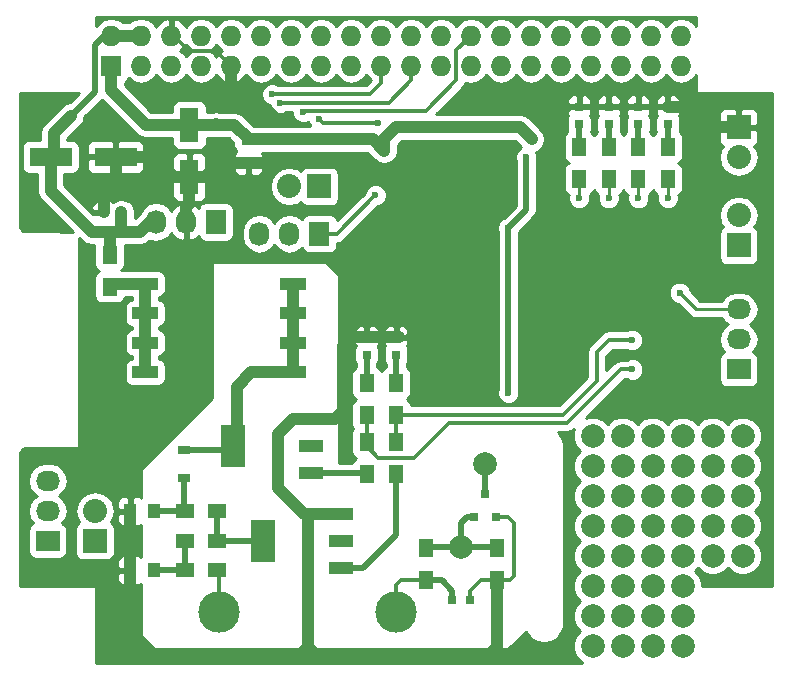
<source format=gtl>
G04 #@! TF.FileFunction,Copper,L1,Top,Signal*
%FSLAX46Y46*%
G04 Gerber Fmt 4.6, Leading zero omitted, Abs format (unit mm)*
G04 Created by KiCad (PCBNEW 0.201509131501+6189~30~ubuntu14.04.1-product) date Sam 03 Okt 2015 10:07:37 CEST*
%MOMM*%
G01*
G04 APERTURE LIST*
%ADD10C,0.200000*%
%ADD11C,1.998980*%
%ADD12R,3.599180X1.600200*%
%ADD13R,1.000000X1.250000*%
%ADD14R,0.800000X0.750000*%
%ADD15R,1.250000X1.000000*%
%ADD16R,1.100000X0.800000*%
%ADD17R,2.200000X1.000000*%
%ADD18R,2.032000X2.032000*%
%ADD19O,2.032000X2.032000*%
%ADD20R,2.032000X3.657600*%
%ADD21R,2.032000X1.016000*%
%ADD22R,0.800100X0.800100*%
%ADD23R,1.300000X1.500000*%
%ADD24R,1.500000X1.300000*%
%ADD25R,1.727200X1.727200*%
%ADD26O,1.727200X1.727200*%
%ADD27R,0.797560X0.797560*%
%ADD28R,1.600200X2.999740*%
%ADD29C,3.500120*%
%ADD30R,2.032000X1.727200*%
%ADD31O,2.032000X1.727200*%
%ADD32R,1.727200X2.032000*%
%ADD33O,1.727200X2.032000*%
%ADD34C,0.600000*%
%ADD35C,1.000000*%
%ADD36C,0.350000*%
%ADD37C,0.500000*%
%ADD38C,0.250000*%
%ADD39C,0.254000*%
G04 APERTURE END LIST*
D10*
D11*
X100330000Y-81280000D03*
X100330000Y-73660000D03*
X100330000Y-81280000D03*
X100330000Y-81280000D03*
D12*
X41749180Y-47500000D03*
X47250820Y-47500000D03*
D13*
X50500000Y-77500000D03*
X48500000Y-77500000D03*
D14*
X47740000Y-52197000D03*
X46240000Y-52197000D03*
D13*
X50500000Y-82500000D03*
X48500000Y-82500000D03*
D14*
X75750000Y-85000000D03*
X77250000Y-85000000D03*
D15*
X58500000Y-46000000D03*
X58500000Y-48000000D03*
D16*
X53000000Y-74650000D03*
X53000000Y-72350000D03*
D17*
X49750000Y-58250000D03*
X49750000Y-60750000D03*
X49750000Y-63250000D03*
X49750000Y-65750000D03*
X62250000Y-65750000D03*
X62250000Y-63250000D03*
X62250000Y-60750000D03*
X62250000Y-58250000D03*
D18*
X100000000Y-45000000D03*
D19*
X100000000Y-47540000D03*
D20*
X57198000Y-72000000D03*
D21*
X63802000Y-72000000D03*
X63802000Y-69714000D03*
X63802000Y-74286000D03*
D20*
X59698000Y-80000000D03*
D21*
X66302000Y-80000000D03*
X66302000Y-77714000D03*
X66302000Y-82286000D03*
D22*
X77550000Y-78000760D03*
X79450000Y-78000760D03*
X78500000Y-76001780D03*
D23*
X68500000Y-66650000D03*
X68500000Y-69350000D03*
X71000000Y-66650000D03*
X71000000Y-69350000D03*
X68500000Y-74350000D03*
X68500000Y-71650000D03*
X71000000Y-74350000D03*
X71000000Y-71650000D03*
X46736000Y-58500000D03*
X46736000Y-55800000D03*
D24*
X55850000Y-77500000D03*
X53150000Y-77500000D03*
X53150000Y-80000000D03*
X55850000Y-80000000D03*
X53150000Y-82500000D03*
X55850000Y-82500000D03*
D23*
X73500000Y-80650000D03*
X73500000Y-83350000D03*
X79500000Y-83350000D03*
X79500000Y-80650000D03*
D25*
X46870000Y-39770000D03*
D26*
X46870000Y-37230000D03*
X49410000Y-39770000D03*
X49410000Y-37230000D03*
X51950000Y-39770000D03*
X51950000Y-37230000D03*
X54490000Y-39770000D03*
X54490000Y-37230000D03*
X57030000Y-39770000D03*
X57030000Y-37230000D03*
X59570000Y-39770000D03*
X59570000Y-37230000D03*
X62110000Y-39770000D03*
X62110000Y-37230000D03*
X64650000Y-39770000D03*
X64650000Y-37230000D03*
X67190000Y-39770000D03*
X67190000Y-37230000D03*
X69730000Y-39770000D03*
X69730000Y-37230000D03*
X72270000Y-39770000D03*
X72270000Y-37230000D03*
X74810000Y-39770000D03*
X74810000Y-37230000D03*
X77350000Y-39770000D03*
X77350000Y-37230000D03*
X79890000Y-39770000D03*
X79890000Y-37230000D03*
X82430000Y-39770000D03*
X82430000Y-37230000D03*
X84970000Y-39770000D03*
X84970000Y-37230000D03*
X87510000Y-39770000D03*
X87510000Y-37230000D03*
X90050000Y-39770000D03*
X90050000Y-37230000D03*
X92590000Y-39770000D03*
X92590000Y-37230000D03*
X95130000Y-39770000D03*
X95130000Y-37230000D03*
D27*
X68500000Y-64249300D03*
X68500000Y-62750700D03*
X71000000Y-64249300D03*
X71000000Y-62750700D03*
D28*
X53500000Y-44800360D03*
X53500000Y-49199640D03*
D29*
X56000000Y-86000000D03*
X71000000Y-86000000D03*
D11*
X76500000Y-80500000D03*
X78500000Y-73500000D03*
D27*
X86500000Y-44749300D03*
X86500000Y-43250700D03*
X89000000Y-44749300D03*
X89000000Y-43250700D03*
X91500000Y-44749300D03*
X91500000Y-43250700D03*
X94000000Y-44749300D03*
X94000000Y-43250700D03*
D30*
X100000000Y-65500000D03*
D31*
X100000000Y-62960000D03*
X100000000Y-60420000D03*
D18*
X100000000Y-55000000D03*
D19*
X100000000Y-52460000D03*
D23*
X86500000Y-49350000D03*
X86500000Y-46650000D03*
X89000000Y-49350000D03*
X89000000Y-46650000D03*
X91500000Y-49350000D03*
X91500000Y-46650000D03*
X94000000Y-49350000D03*
X94000000Y-46650000D03*
D30*
X41500000Y-80000000D03*
D31*
X41500000Y-77460000D03*
X41500000Y-74920000D03*
D32*
X64500000Y-54000000D03*
D33*
X61960000Y-54000000D03*
X59420000Y-54000000D03*
D18*
X45500000Y-80000000D03*
D19*
X45500000Y-77460000D03*
D18*
X64500000Y-50000000D03*
D19*
X61960000Y-50000000D03*
D11*
X100330000Y-71120000D03*
X100330000Y-76200000D03*
X100330000Y-78740000D03*
X100330000Y-81280000D03*
X97790000Y-71120000D03*
X97790000Y-73660000D03*
X97790000Y-76200000D03*
X97790000Y-78740000D03*
X97790000Y-81280000D03*
X95250000Y-71120000D03*
X95250000Y-73660000D03*
X95250000Y-76200000D03*
X95250000Y-78740000D03*
X95250000Y-81280000D03*
X92710000Y-71120000D03*
X92710000Y-73660000D03*
X90170000Y-71120000D03*
X90170000Y-73660000D03*
X87630000Y-71120000D03*
X87630000Y-73660000D03*
X87630000Y-76200000D03*
X92710000Y-76200000D03*
X90170000Y-76200000D03*
X87630000Y-78740000D03*
X90170000Y-78740000D03*
X92710000Y-78740000D03*
X92710000Y-81280000D03*
X90170000Y-81280000D03*
X87630000Y-81280000D03*
X87630000Y-83820000D03*
X90170000Y-83820000D03*
X92710000Y-83820000D03*
X95250000Y-83820000D03*
X95250000Y-86360000D03*
X92710000Y-86360000D03*
X90170000Y-86360000D03*
X87630000Y-86360000D03*
X87630000Y-88900000D03*
X90170000Y-88900000D03*
X92710000Y-88900000D03*
X95250000Y-88900000D03*
D32*
X55750000Y-53000000D03*
D33*
X53210000Y-53000000D03*
X50670000Y-53000000D03*
D34*
X39878000Y-52578000D03*
X40132000Y-44196000D03*
X40132000Y-42926000D03*
X83820000Y-43688000D03*
X84836000Y-42672000D03*
X82804000Y-42672000D03*
X76708000Y-42672000D03*
X45212000Y-44704000D03*
X46228000Y-43688000D03*
X43434000Y-49530000D03*
X44196000Y-45720000D03*
X77089000Y-52832000D03*
X61000000Y-48000000D03*
X61000000Y-44500000D03*
X62000000Y-44500000D03*
X62000000Y-48000000D03*
X85500000Y-56500000D03*
X90500000Y-55500000D03*
X90500000Y-57500000D03*
X85000000Y-49000000D03*
X43500000Y-44000000D03*
X55750000Y-44750000D03*
X82500000Y-46000000D03*
X80500000Y-67500000D03*
X80500000Y-53500000D03*
X82000000Y-47500000D03*
X70000000Y-47000000D03*
X91000000Y-65500000D03*
X91000000Y-63000000D03*
X95000000Y-59000000D03*
X86500000Y-51000000D03*
X89000000Y-51000000D03*
X91500000Y-51000000D03*
X94000000Y-51000000D03*
X60500000Y-42200000D03*
X61200000Y-42900000D03*
X69250000Y-50750000D03*
X69500000Y-44600000D03*
X64500000Y-44300000D03*
X63100000Y-43700000D03*
D35*
X46240000Y-52197000D02*
X46240000Y-50534000D01*
X47250820Y-49523180D02*
X47250820Y-47500000D01*
X46240000Y-50534000D02*
X47250820Y-49523180D01*
X58500000Y-48000000D02*
X68828000Y-48000000D01*
X70612000Y-49784000D02*
X70612000Y-52832000D01*
X68828000Y-48000000D02*
X70612000Y-49784000D01*
X53210000Y-53000000D02*
X53210000Y-51790000D01*
X53500000Y-51500000D02*
X53500000Y-49199640D01*
X53210000Y-51790000D02*
X53500000Y-51500000D01*
X67310000Y-62750700D02*
X67310000Y-62738000D01*
X67310000Y-62738000D02*
X66548000Y-61976000D01*
X66548000Y-61976000D02*
X66548000Y-55245000D01*
X66548000Y-55245000D02*
X68961000Y-52832000D01*
X68961000Y-52832000D02*
X70612000Y-52832000D01*
X70612000Y-52832000D02*
X77089000Y-52832000D01*
D36*
X51950000Y-37230000D02*
X52230000Y-37230000D01*
X52230000Y-37230000D02*
X53500000Y-38500000D01*
X55760000Y-38500000D02*
X57030000Y-39770000D01*
X53500000Y-38500000D02*
X55760000Y-38500000D01*
D35*
X71000000Y-62750700D02*
X71249300Y-62750700D01*
X61000000Y-48000000D02*
X62000000Y-48000000D01*
X62000000Y-44500000D02*
X61000000Y-44500000D01*
X58500000Y-48000000D02*
X61000000Y-48000000D01*
X57030000Y-42030000D02*
X57030000Y-39770000D01*
X61000000Y-44500000D02*
X59000000Y-42500000D01*
X59000000Y-42500000D02*
X57500000Y-42500000D01*
X57500000Y-42500000D02*
X57030000Y-42030000D01*
D36*
X79500000Y-83350000D02*
X80650000Y-83350000D01*
X80500760Y-78000760D02*
X79450000Y-78000760D01*
X81000000Y-78500000D02*
X80500760Y-78000760D01*
X81000000Y-83000000D02*
X81000000Y-78500000D01*
X80650000Y-83350000D02*
X81000000Y-83000000D01*
X77250000Y-85000000D02*
X77250000Y-84250000D01*
X78150000Y-83350000D02*
X79500000Y-83350000D01*
X77250000Y-84250000D02*
X78150000Y-83350000D01*
D35*
X63500000Y-89000000D02*
X64500000Y-90000000D01*
X79500000Y-89000000D02*
X79500000Y-83350000D01*
X78500000Y-90000000D02*
X79500000Y-89000000D01*
X64500000Y-90000000D02*
X78500000Y-90000000D01*
D36*
X90500000Y-55500000D02*
X86500000Y-55500000D01*
X86500000Y-55500000D02*
X85500000Y-56500000D01*
X90500000Y-57500000D02*
X90500000Y-55500000D01*
D37*
X85749300Y-43250700D02*
X86500000Y-43250700D01*
X85000000Y-44000000D02*
X85749300Y-43250700D01*
X85000000Y-49000000D02*
X85000000Y-44000000D01*
D35*
X94000000Y-43250700D02*
X95750700Y-43250700D01*
X97500000Y-45000000D02*
X100000000Y-45000000D01*
X95750700Y-43250700D02*
X97500000Y-45000000D01*
X48500000Y-82500000D02*
X48500000Y-88500000D01*
X63500000Y-89000000D02*
X63500000Y-77714000D01*
X62500000Y-90000000D02*
X63500000Y-89000000D01*
X50000000Y-90000000D02*
X62500000Y-90000000D01*
X48500000Y-88500000D02*
X50000000Y-90000000D01*
X63802000Y-69714000D02*
X62286000Y-69714000D01*
X62286000Y-69714000D02*
X61000000Y-71000000D01*
X61000000Y-71000000D02*
X61000000Y-75500000D01*
X61000000Y-75500000D02*
X63214000Y-77714000D01*
X63214000Y-77714000D02*
X63500000Y-77714000D01*
X63500000Y-77714000D02*
X66302000Y-77714000D01*
X68500000Y-62750700D02*
X71000000Y-62750700D01*
X63802000Y-69714000D02*
X65786000Y-69714000D01*
X67249300Y-62750700D02*
X67310000Y-62750700D01*
X67310000Y-62750700D02*
X68500000Y-62750700D01*
X66500000Y-63500000D02*
X67249300Y-62750700D01*
X66500000Y-69000000D02*
X66500000Y-63500000D01*
X65786000Y-69714000D02*
X66500000Y-69000000D01*
X48500000Y-82500000D02*
X48500000Y-77500000D01*
X53500000Y-49199640D02*
X54800360Y-49199640D01*
X54800360Y-49199640D02*
X56000000Y-48000000D01*
X56000000Y-48000000D02*
X58500000Y-48000000D01*
X47250820Y-47500000D02*
X50500000Y-47500000D01*
X50500000Y-47500000D02*
X52199640Y-49199640D01*
X52199640Y-49199640D02*
X53500000Y-49199640D01*
D37*
X91500000Y-43250700D02*
X94000000Y-43250700D01*
X89000000Y-43250700D02*
X91500000Y-43250700D01*
X86500000Y-43250700D02*
X89000000Y-43250700D01*
X53150000Y-77500000D02*
X50500000Y-77500000D01*
X53000000Y-74650000D02*
X53000000Y-77350000D01*
X53000000Y-77350000D02*
X53150000Y-77500000D01*
D35*
X49750000Y-58250000D02*
X46986000Y-58250000D01*
X46986000Y-58250000D02*
X46736000Y-58500000D01*
X49750000Y-65750000D02*
X49750000Y-63250000D01*
X49750000Y-63250000D02*
X49750000Y-60750000D01*
X49750000Y-60750000D02*
X49750000Y-58250000D01*
D37*
X55850000Y-80000000D02*
X59698000Y-80000000D01*
X55850000Y-80000000D02*
X55850000Y-77500000D01*
D35*
X47740000Y-52197000D02*
X47740000Y-53848000D01*
X47752000Y-53721000D02*
X47752000Y-53848000D01*
X47752000Y-53836000D02*
X47752000Y-53721000D01*
X47740000Y-53848000D02*
X47752000Y-53836000D01*
X46736000Y-55800000D02*
X46736000Y-54229000D01*
X46736000Y-54229000D02*
X47117000Y-53848000D01*
X50670000Y-53000000D02*
X50124000Y-53000000D01*
X50124000Y-53000000D02*
X49276000Y-53848000D01*
X49276000Y-53848000D02*
X47752000Y-53848000D01*
X47752000Y-53848000D02*
X47117000Y-53848000D01*
X47117000Y-53848000D02*
X46609000Y-53848000D01*
X46609000Y-53848000D02*
X45212000Y-53848000D01*
X45212000Y-53848000D02*
X41749180Y-50385180D01*
X41749180Y-50385180D02*
X41749180Y-47500000D01*
X43500000Y-44000000D02*
X42000000Y-45500000D01*
X42000000Y-45500000D02*
X42000000Y-47249180D01*
X42000000Y-47249180D02*
X41749180Y-47500000D01*
D37*
X46870000Y-37230000D02*
X46270000Y-37230000D01*
X46270000Y-37230000D02*
X45500000Y-38000000D01*
X45500000Y-38000000D02*
X45500000Y-42000000D01*
X45500000Y-42000000D02*
X43500000Y-44000000D01*
D35*
X46870000Y-37230000D02*
X49410000Y-37230000D01*
D37*
X53150000Y-82500000D02*
X53150000Y-80000000D01*
X50500000Y-82500000D02*
X53150000Y-82500000D01*
D36*
X71000000Y-86000000D02*
X71000000Y-83750000D01*
X71400000Y-83350000D02*
X73500000Y-83350000D01*
X71000000Y-83750000D02*
X71400000Y-83350000D01*
D37*
X75750000Y-85000000D02*
X75750000Y-84250000D01*
X74850000Y-83350000D02*
X73500000Y-83350000D01*
X75750000Y-84250000D02*
X74850000Y-83350000D01*
X73350000Y-83500000D02*
X73500000Y-83350000D01*
D35*
X55750000Y-44750000D02*
X55750000Y-44800360D01*
X70000000Y-47000000D02*
X70000000Y-46000000D01*
X70000000Y-46000000D02*
X71000000Y-45000000D01*
X71000000Y-45000000D02*
X81500000Y-45000000D01*
X81500000Y-45000000D02*
X82500000Y-46000000D01*
D37*
X80500000Y-53500000D02*
X80500000Y-67500000D01*
X82000000Y-47500000D02*
X82000000Y-52000000D01*
X82000000Y-52000000D02*
X80500000Y-53500000D01*
D35*
X58500000Y-46000000D02*
X69000000Y-46000000D01*
X69000000Y-46000000D02*
X70000000Y-47000000D01*
X53500000Y-44800360D02*
X55750000Y-44800360D01*
X55750000Y-44800360D02*
X57300360Y-44800360D01*
X57300360Y-44800360D02*
X58500000Y-46000000D01*
X46870000Y-39770000D02*
X46870000Y-41870000D01*
X49800360Y-44800360D02*
X53500000Y-44800360D01*
X46870000Y-41870000D02*
X49800360Y-44800360D01*
X57198000Y-72000000D02*
X57500000Y-71698000D01*
X57500000Y-71698000D02*
X57500000Y-68000000D01*
X57500000Y-68000000D02*
X57500000Y-67000000D01*
X57500000Y-67000000D02*
X58750000Y-65750000D01*
X58750000Y-65750000D02*
X62250000Y-65750000D01*
X62250000Y-65750000D02*
X62250000Y-63250000D01*
X62250000Y-63250000D02*
X62250000Y-60750000D01*
X62250000Y-60750000D02*
X62250000Y-58250000D01*
D37*
X53000000Y-72350000D02*
X56848000Y-72350000D01*
X56848000Y-72350000D02*
X57198000Y-72000000D01*
X63802000Y-74286000D02*
X68436000Y-74286000D01*
X68436000Y-74286000D02*
X68500000Y-74350000D01*
X66302000Y-82286000D02*
X68214000Y-82286000D01*
X71000000Y-79500000D02*
X71000000Y-74350000D01*
X68214000Y-82286000D02*
X71000000Y-79500000D01*
X76500000Y-80500000D02*
X76500000Y-78500000D01*
X76999240Y-78000760D02*
X77550000Y-78000760D01*
X76500000Y-78500000D02*
X76999240Y-78000760D01*
X76500000Y-80500000D02*
X79350000Y-80500000D01*
X79350000Y-80500000D02*
X79500000Y-80650000D01*
X76500000Y-80500000D02*
X73650000Y-80500000D01*
X73650000Y-80500000D02*
X73500000Y-80650000D01*
X78500000Y-76001780D02*
X78500000Y-73500000D01*
D36*
X68500000Y-69350000D02*
X68500000Y-71650000D01*
X68500000Y-71650000D02*
X68500000Y-72000000D01*
X68500000Y-72000000D02*
X69500000Y-73000000D01*
X90000000Y-65500000D02*
X91000000Y-65500000D01*
X85500000Y-70000000D02*
X90000000Y-65500000D01*
X75500000Y-70000000D02*
X85500000Y-70000000D01*
X72500000Y-73000000D02*
X75500000Y-70000000D01*
X69500000Y-73000000D02*
X72500000Y-73000000D01*
D37*
X68500000Y-66650000D02*
X68500000Y-64249300D01*
X71000000Y-66650000D02*
X71000000Y-64249300D01*
D36*
X71000000Y-69350000D02*
X85150000Y-69350000D01*
X89000000Y-63000000D02*
X91000000Y-63000000D01*
X88000000Y-64000000D02*
X89000000Y-63000000D01*
X88000000Y-66500000D02*
X88000000Y-64000000D01*
X85150000Y-69350000D02*
X88000000Y-66500000D01*
X71000000Y-71650000D02*
X71000000Y-69350000D01*
X56000000Y-86000000D02*
X56000000Y-82650000D01*
X56000000Y-82650000D02*
X55850000Y-82500000D01*
D37*
X86500000Y-46650000D02*
X86500000Y-44749300D01*
X89000000Y-46650000D02*
X89000000Y-44749300D01*
X91500000Y-46650000D02*
X91500000Y-44749300D01*
X94000000Y-46650000D02*
X94000000Y-44749300D01*
D38*
X96420000Y-60420000D02*
X100000000Y-60420000D01*
X95000000Y-59000000D02*
X96420000Y-60420000D01*
X86500000Y-51000000D02*
X86500000Y-49350000D01*
X89000000Y-49350000D02*
X89000000Y-51000000D01*
X91500000Y-51000000D02*
X91500000Y-49350000D01*
X94000000Y-49350000D02*
X94000000Y-51000000D01*
D36*
X69730000Y-41270000D02*
X69730000Y-39770000D01*
X68800000Y-42200000D02*
X69730000Y-41270000D01*
X60500000Y-42200000D02*
X68800000Y-42200000D01*
X72270000Y-41030000D02*
X72270000Y-39770000D01*
X70400000Y-42900000D02*
X72270000Y-41030000D01*
X69800000Y-42900000D02*
X70400000Y-42900000D01*
X61200000Y-42900000D02*
X69800000Y-42900000D01*
X64500000Y-54000000D02*
X66000000Y-54000000D01*
X66000000Y-54000000D02*
X69250000Y-50750000D01*
X64800000Y-44600000D02*
X69500000Y-44600000D01*
X64500000Y-44300000D02*
X64800000Y-44600000D01*
X63100000Y-43700000D02*
X63200000Y-43600000D01*
X63200000Y-43600000D02*
X73500000Y-43600000D01*
X73500000Y-43600000D02*
X76100000Y-41000000D01*
X76100000Y-41000000D02*
X76100000Y-38480000D01*
X76100000Y-38480000D02*
X77350000Y-37230000D01*
D39*
G36*
X94070330Y-40859029D02*
X94556511Y-41183885D01*
X95130000Y-41297959D01*
X95703489Y-41183885D01*
X96189670Y-40859029D01*
X96373000Y-40584656D01*
X96373000Y-42000000D01*
X96383006Y-42049410D01*
X96411447Y-42091035D01*
X96453841Y-42118315D01*
X96500000Y-42127000D01*
X102815000Y-42127000D01*
X102815000Y-83873000D01*
X96884445Y-83873000D01*
X96884774Y-83496306D01*
X96636462Y-82895345D01*
X96291520Y-82549801D01*
X96520199Y-82321520D01*
X96862927Y-82664846D01*
X97463453Y-82914206D01*
X98113694Y-82914774D01*
X98714655Y-82666462D01*
X99060199Y-82321520D01*
X99402927Y-82664846D01*
X100003453Y-82914206D01*
X100653694Y-82914774D01*
X101254655Y-82666462D01*
X101714846Y-82207073D01*
X101964206Y-81606547D01*
X101964774Y-80956306D01*
X101716462Y-80355345D01*
X101371520Y-80009801D01*
X101714846Y-79667073D01*
X101964206Y-79066547D01*
X101964774Y-78416306D01*
X101716462Y-77815345D01*
X101371520Y-77469801D01*
X101714846Y-77127073D01*
X101964206Y-76526547D01*
X101964774Y-75876306D01*
X101716462Y-75275345D01*
X101371520Y-74929801D01*
X101714846Y-74587073D01*
X101964206Y-73986547D01*
X101964774Y-73336306D01*
X101716462Y-72735345D01*
X101371520Y-72389801D01*
X101714846Y-72047073D01*
X101964206Y-71446547D01*
X101964774Y-70796306D01*
X101716462Y-70195345D01*
X101257073Y-69735154D01*
X100656547Y-69485794D01*
X100006306Y-69485226D01*
X99405345Y-69733538D01*
X99059801Y-70078480D01*
X98717073Y-69735154D01*
X98116547Y-69485794D01*
X97466306Y-69485226D01*
X96865345Y-69733538D01*
X96519801Y-70078480D01*
X96177073Y-69735154D01*
X95576547Y-69485794D01*
X94926306Y-69485226D01*
X94325345Y-69733538D01*
X93979801Y-70078480D01*
X93637073Y-69735154D01*
X93036547Y-69485794D01*
X92386306Y-69485226D01*
X91785345Y-69733538D01*
X91439801Y-70078480D01*
X91097073Y-69735154D01*
X90496547Y-69485794D01*
X89846306Y-69485226D01*
X89245345Y-69733538D01*
X88899801Y-70078480D01*
X88557073Y-69735154D01*
X87956547Y-69485794D01*
X87306306Y-69485226D01*
X87057469Y-69588043D01*
X90335513Y-66310000D01*
X90512559Y-66310000D01*
X90813201Y-66434838D01*
X91185167Y-66435162D01*
X91528943Y-66293117D01*
X91792192Y-66030327D01*
X91934838Y-65686799D01*
X91935162Y-65314833D01*
X91793117Y-64971057D01*
X91530327Y-64707808D01*
X91186799Y-64565162D01*
X90814833Y-64564838D01*
X90511917Y-64690000D01*
X90000000Y-64690000D01*
X89690026Y-64751658D01*
X89619834Y-64798559D01*
X89427243Y-64927244D01*
X88810000Y-65544487D01*
X88810000Y-64335512D01*
X89335513Y-63810000D01*
X90512559Y-63810000D01*
X90813201Y-63934838D01*
X91185167Y-63935162D01*
X91528943Y-63793117D01*
X91792192Y-63530327D01*
X91934838Y-63186799D01*
X91935162Y-62814833D01*
X91793117Y-62471057D01*
X91530327Y-62207808D01*
X91186799Y-62065162D01*
X90814833Y-62064838D01*
X90511917Y-62190000D01*
X89000000Y-62190000D01*
X88690027Y-62251657D01*
X88427244Y-62427243D01*
X87427244Y-63427244D01*
X87251658Y-63690026D01*
X87190000Y-64000000D01*
X87190000Y-66164487D01*
X84814488Y-68540000D01*
X72286150Y-68540000D01*
X72253162Y-68364683D01*
X72114090Y-68148559D01*
X71901890Y-68003569D01*
X71888803Y-68000919D01*
X72101441Y-67864090D01*
X72246431Y-67651890D01*
X72297440Y-67400000D01*
X72297440Y-65900000D01*
X72253162Y-65664683D01*
X72114090Y-65448559D01*
X71901890Y-65303569D01*
X71885000Y-65300149D01*
X71885000Y-65061269D01*
X71995211Y-64899970D01*
X72046220Y-64648080D01*
X72046220Y-63850520D01*
X72001942Y-63615203D01*
X71935044Y-63511241D01*
X71937107Y-63509178D01*
X72033780Y-63275789D01*
X72033780Y-63036450D01*
X71875030Y-62877700D01*
X71127000Y-62877700D01*
X71127000Y-62897700D01*
X70873000Y-62897700D01*
X70873000Y-62877700D01*
X70124970Y-62877700D01*
X69966220Y-63036450D01*
X69966220Y-63275789D01*
X70062893Y-63509178D01*
X70064685Y-63510970D01*
X70004789Y-63598630D01*
X69953780Y-63850520D01*
X69953780Y-64648080D01*
X69998058Y-64883397D01*
X70115000Y-65065130D01*
X70115000Y-65296778D01*
X70114683Y-65296838D01*
X69898559Y-65435910D01*
X69753569Y-65648110D01*
X69750919Y-65661197D01*
X69614090Y-65448559D01*
X69401890Y-65303569D01*
X69385000Y-65300149D01*
X69385000Y-65061269D01*
X69495211Y-64899970D01*
X69546220Y-64648080D01*
X69546220Y-63850520D01*
X69501942Y-63615203D01*
X69435044Y-63511241D01*
X69437107Y-63509178D01*
X69533780Y-63275789D01*
X69533780Y-63036450D01*
X69375030Y-62877700D01*
X68627000Y-62877700D01*
X68627000Y-62897700D01*
X68373000Y-62897700D01*
X68373000Y-62877700D01*
X67624970Y-62877700D01*
X67466220Y-63036450D01*
X67466220Y-63275789D01*
X67562893Y-63509178D01*
X67564685Y-63510970D01*
X67504789Y-63598630D01*
X67453780Y-63850520D01*
X67453780Y-64648080D01*
X67498058Y-64883397D01*
X67615000Y-65065130D01*
X67615000Y-65296778D01*
X67614683Y-65296838D01*
X67398559Y-65435910D01*
X67253569Y-65648110D01*
X67202560Y-65900000D01*
X67202560Y-67400000D01*
X67246838Y-67635317D01*
X67385910Y-67851441D01*
X67598110Y-67996431D01*
X67611197Y-67999081D01*
X67398559Y-68135910D01*
X67253569Y-68348110D01*
X67202560Y-68600000D01*
X67202560Y-70100000D01*
X67246838Y-70335317D01*
X67353759Y-70501477D01*
X67253569Y-70648110D01*
X67202560Y-70900000D01*
X67202560Y-72400000D01*
X67246838Y-72635317D01*
X67385910Y-72851441D01*
X67598110Y-72996431D01*
X67611197Y-72999081D01*
X67398559Y-73135910D01*
X67253569Y-73348110D01*
X67242859Y-73401000D01*
X66127000Y-73401000D01*
X66127000Y-62225611D01*
X67466220Y-62225611D01*
X67466220Y-62464950D01*
X67624970Y-62623700D01*
X68373000Y-62623700D01*
X68373000Y-61875670D01*
X68627000Y-61875670D01*
X68627000Y-62623700D01*
X69375030Y-62623700D01*
X69533780Y-62464950D01*
X69533780Y-62225611D01*
X69966220Y-62225611D01*
X69966220Y-62464950D01*
X70124970Y-62623700D01*
X70873000Y-62623700D01*
X70873000Y-61875670D01*
X71127000Y-61875670D01*
X71127000Y-62623700D01*
X71875030Y-62623700D01*
X72033780Y-62464950D01*
X72033780Y-62225611D01*
X71937107Y-61992222D01*
X71758479Y-61813593D01*
X71525090Y-61716920D01*
X71285750Y-61716920D01*
X71127000Y-61875670D01*
X70873000Y-61875670D01*
X70714250Y-61716920D01*
X70474910Y-61716920D01*
X70241521Y-61813593D01*
X70062893Y-61992222D01*
X69966220Y-62225611D01*
X69533780Y-62225611D01*
X69437107Y-61992222D01*
X69258479Y-61813593D01*
X69025090Y-61716920D01*
X68785750Y-61716920D01*
X68627000Y-61875670D01*
X68373000Y-61875670D01*
X68214250Y-61716920D01*
X67974910Y-61716920D01*
X67741521Y-61813593D01*
X67562893Y-61992222D01*
X67466220Y-62225611D01*
X66127000Y-62225611D01*
X66127000Y-57500000D01*
X66117666Y-57452211D01*
X66089803Y-57410197D01*
X65089803Y-56410197D01*
X65049410Y-56383006D01*
X65000000Y-56373000D01*
X55500000Y-56373000D01*
X55453841Y-56381685D01*
X55411447Y-56408965D01*
X55383006Y-56450590D01*
X55373000Y-56500000D01*
X55373000Y-67947394D01*
X49410197Y-73910197D01*
X49383006Y-73950590D01*
X49373000Y-74000000D01*
X49373000Y-76349975D01*
X49359698Y-76336673D01*
X49126309Y-76240000D01*
X48785750Y-76240000D01*
X48627000Y-76398750D01*
X48627000Y-77373000D01*
X48647000Y-77373000D01*
X48647000Y-77627000D01*
X48627000Y-77627000D01*
X48627000Y-78601250D01*
X48785750Y-78760000D01*
X49126309Y-78760000D01*
X49359698Y-78663327D01*
X49373000Y-78650025D01*
X49373000Y-81349975D01*
X49359698Y-81336673D01*
X49126309Y-81240000D01*
X48785750Y-81240000D01*
X48627000Y-81398750D01*
X48627000Y-82373000D01*
X48647000Y-82373000D01*
X48647000Y-82627000D01*
X48627000Y-82627000D01*
X48627000Y-83601250D01*
X48785750Y-83760000D01*
X49126309Y-83760000D01*
X49359698Y-83663327D01*
X49373000Y-83650025D01*
X49373000Y-88000000D01*
X49382334Y-88047789D01*
X49410197Y-88089803D01*
X50410197Y-89089803D01*
X50450590Y-89116994D01*
X50500000Y-89127000D01*
X80500000Y-89127000D01*
X80547789Y-89117666D01*
X80589803Y-89089803D01*
X81980143Y-87699463D01*
X82006563Y-87763248D01*
X82223336Y-88087672D01*
X82412328Y-88276664D01*
X82736751Y-88493437D01*
X82839032Y-88535803D01*
X82983681Y-88595718D01*
X83366364Y-88671838D01*
X83633636Y-88671838D01*
X84016319Y-88595718D01*
X84263248Y-88493437D01*
X84263249Y-88493436D01*
X84587672Y-88276664D01*
X84776664Y-88087672D01*
X84993437Y-87763249D01*
X85035803Y-87660968D01*
X85095718Y-87516319D01*
X85171838Y-87133636D01*
X85171838Y-87066170D01*
X85185000Y-87000000D01*
X85185000Y-72000000D01*
X85171838Y-71933830D01*
X85171838Y-71866364D01*
X85095718Y-71483681D01*
X85025848Y-71315000D01*
X84993437Y-71236751D01*
X84776664Y-70912328D01*
X84674336Y-70810000D01*
X85500000Y-70810000D01*
X85809974Y-70748342D01*
X86072756Y-70572756D01*
X86097859Y-70547653D01*
X85995794Y-70793453D01*
X85995226Y-71443694D01*
X86243538Y-72044655D01*
X86588480Y-72390199D01*
X86245154Y-72732927D01*
X85995794Y-73333453D01*
X85995226Y-73983694D01*
X86243538Y-74584655D01*
X86588480Y-74930199D01*
X86245154Y-75272927D01*
X85995794Y-75873453D01*
X85995226Y-76523694D01*
X86243538Y-77124655D01*
X86588480Y-77470199D01*
X86245154Y-77812927D01*
X85995794Y-78413453D01*
X85995226Y-79063694D01*
X86243538Y-79664655D01*
X86588480Y-80010199D01*
X86245154Y-80352927D01*
X85995794Y-80953453D01*
X85995226Y-81603694D01*
X86243538Y-82204655D01*
X86588480Y-82550199D01*
X86245154Y-82892927D01*
X85995794Y-83493453D01*
X85995226Y-84143694D01*
X86243538Y-84744655D01*
X86588480Y-85090199D01*
X86245154Y-85432927D01*
X85995794Y-86033453D01*
X85995226Y-86683694D01*
X86243538Y-87284655D01*
X86588480Y-87630199D01*
X86245154Y-87972927D01*
X85995794Y-88573453D01*
X85995226Y-89223694D01*
X86243538Y-89824655D01*
X86702927Y-90284846D01*
X86775546Y-90315000D01*
X45627000Y-90315000D01*
X45627000Y-84000000D01*
X45616994Y-83950590D01*
X45588553Y-83908965D01*
X45546159Y-83881685D01*
X45500000Y-83873000D01*
X39185000Y-83873000D01*
X39185000Y-82785750D01*
X47365000Y-82785750D01*
X47365000Y-83251310D01*
X47461673Y-83484699D01*
X47640302Y-83663327D01*
X47873691Y-83760000D01*
X48214250Y-83760000D01*
X48373000Y-83601250D01*
X48373000Y-82627000D01*
X47523750Y-82627000D01*
X47365000Y-82785750D01*
X39185000Y-82785750D01*
X39185000Y-81748690D01*
X47365000Y-81748690D01*
X47365000Y-82214250D01*
X47523750Y-82373000D01*
X48373000Y-82373000D01*
X48373000Y-81398750D01*
X48214250Y-81240000D01*
X47873691Y-81240000D01*
X47640302Y-81336673D01*
X47461673Y-81515301D01*
X47365000Y-81748690D01*
X39185000Y-81748690D01*
X39185000Y-74920000D01*
X39816655Y-74920000D01*
X39930729Y-75493489D01*
X40255585Y-75979670D01*
X40570366Y-76190000D01*
X40255585Y-76400330D01*
X39930729Y-76886511D01*
X39816655Y-77460000D01*
X39930729Y-78033489D01*
X40255585Y-78519670D01*
X40269913Y-78529243D01*
X40248683Y-78533238D01*
X40032559Y-78672310D01*
X39887569Y-78884510D01*
X39836560Y-79136400D01*
X39836560Y-80863600D01*
X39880838Y-81098917D01*
X40019910Y-81315041D01*
X40232110Y-81460031D01*
X40484000Y-81511040D01*
X42516000Y-81511040D01*
X42751317Y-81466762D01*
X42967441Y-81327690D01*
X43112431Y-81115490D01*
X43163440Y-80863600D01*
X43163440Y-79136400D01*
X43119162Y-78901083D01*
X42980090Y-78684959D01*
X42767890Y-78539969D01*
X42726561Y-78531600D01*
X42744415Y-78519670D01*
X43069271Y-78033489D01*
X43183345Y-77460000D01*
X43816655Y-77460000D01*
X43942330Y-78091810D01*
X44169499Y-78431792D01*
X44032559Y-78519910D01*
X43887569Y-78732110D01*
X43836560Y-78984000D01*
X43836560Y-81016000D01*
X43880838Y-81251317D01*
X44019910Y-81467441D01*
X44232110Y-81612431D01*
X44484000Y-81663440D01*
X46516000Y-81663440D01*
X46751317Y-81619162D01*
X46967441Y-81480090D01*
X47112431Y-81267890D01*
X47163440Y-81016000D01*
X47163440Y-78984000D01*
X47119162Y-78748683D01*
X46980090Y-78532559D01*
X46831163Y-78430802D01*
X47057670Y-78091810D01*
X47118549Y-77785750D01*
X47365000Y-77785750D01*
X47365000Y-78251310D01*
X47461673Y-78484699D01*
X47640302Y-78663327D01*
X47873691Y-78760000D01*
X48214250Y-78760000D01*
X48373000Y-78601250D01*
X48373000Y-77627000D01*
X47523750Y-77627000D01*
X47365000Y-77785750D01*
X47118549Y-77785750D01*
X47183345Y-77460000D01*
X47057670Y-76828190D01*
X47004550Y-76748690D01*
X47365000Y-76748690D01*
X47365000Y-77214250D01*
X47523750Y-77373000D01*
X48373000Y-77373000D01*
X48373000Y-76398750D01*
X48214250Y-76240000D01*
X47873691Y-76240000D01*
X47640302Y-76336673D01*
X47461673Y-76515301D01*
X47365000Y-76748690D01*
X47004550Y-76748690D01*
X46699778Y-76292567D01*
X46164155Y-75934675D01*
X45532345Y-75809000D01*
X45467655Y-75809000D01*
X44835845Y-75934675D01*
X44300222Y-76292567D01*
X43942330Y-76828190D01*
X43816655Y-77460000D01*
X43183345Y-77460000D01*
X43069271Y-76886511D01*
X42744415Y-76400330D01*
X42429634Y-76190000D01*
X42744415Y-75979670D01*
X43069271Y-75493489D01*
X43183345Y-74920000D01*
X43069271Y-74346511D01*
X42744415Y-73860330D01*
X42258234Y-73535474D01*
X41684745Y-73421400D01*
X41315255Y-73421400D01*
X40741766Y-73535474D01*
X40255585Y-73860330D01*
X39930729Y-74346511D01*
X39816655Y-74920000D01*
X39185000Y-74920000D01*
X39185000Y-72567466D01*
X39221376Y-72384591D01*
X39286751Y-72286750D01*
X39384590Y-72221376D01*
X39567466Y-72185000D01*
X42500000Y-72185000D01*
X42566170Y-72171838D01*
X42633636Y-72171838D01*
X42859053Y-72127000D01*
X44000000Y-72127000D01*
X44049410Y-72116994D01*
X44091035Y-72088553D01*
X44118315Y-72046159D01*
X44127000Y-72000000D01*
X44127000Y-70859053D01*
X44171838Y-70633636D01*
X44171838Y-70566170D01*
X44185000Y-70500000D01*
X44185000Y-55500000D01*
X44171838Y-55433830D01*
X44171838Y-55366364D01*
X44127000Y-55140947D01*
X44127000Y-54368132D01*
X44409434Y-54650566D01*
X44777654Y-54896603D01*
X45212000Y-54983000D01*
X45452128Y-54983000D01*
X45438560Y-55050000D01*
X45438560Y-56550000D01*
X45482838Y-56785317D01*
X45621910Y-57001441D01*
X45834110Y-57146431D01*
X45847197Y-57149081D01*
X45634559Y-57285910D01*
X45489569Y-57498110D01*
X45438560Y-57750000D01*
X45438560Y-59250000D01*
X45482838Y-59485317D01*
X45621910Y-59701441D01*
X45834110Y-59846431D01*
X46086000Y-59897440D01*
X47386000Y-59897440D01*
X47621317Y-59853162D01*
X47837441Y-59714090D01*
X47982431Y-59501890D01*
X48006102Y-59385000D01*
X48588569Y-59385000D01*
X48615000Y-59390352D01*
X48615000Y-59609146D01*
X48414683Y-59646838D01*
X48198559Y-59785910D01*
X48053569Y-59998110D01*
X48002560Y-60250000D01*
X48002560Y-61250000D01*
X48046838Y-61485317D01*
X48185910Y-61701441D01*
X48398110Y-61846431D01*
X48615000Y-61890352D01*
X48615000Y-62109146D01*
X48414683Y-62146838D01*
X48198559Y-62285910D01*
X48053569Y-62498110D01*
X48002560Y-62750000D01*
X48002560Y-63750000D01*
X48046838Y-63985317D01*
X48185910Y-64201441D01*
X48398110Y-64346431D01*
X48615000Y-64390352D01*
X48615000Y-64609146D01*
X48414683Y-64646838D01*
X48198559Y-64785910D01*
X48053569Y-64998110D01*
X48002560Y-65250000D01*
X48002560Y-66250000D01*
X48046838Y-66485317D01*
X48185910Y-66701441D01*
X48398110Y-66846431D01*
X48650000Y-66897440D01*
X50850000Y-66897440D01*
X51085317Y-66853162D01*
X51301441Y-66714090D01*
X51446431Y-66501890D01*
X51497440Y-66250000D01*
X51497440Y-65250000D01*
X51453162Y-65014683D01*
X51314090Y-64798559D01*
X51101890Y-64653569D01*
X50885000Y-64609648D01*
X50885000Y-64390854D01*
X51085317Y-64353162D01*
X51301441Y-64214090D01*
X51446431Y-64001890D01*
X51497440Y-63750000D01*
X51497440Y-62750000D01*
X51453162Y-62514683D01*
X51314090Y-62298559D01*
X51101890Y-62153569D01*
X50885000Y-62109648D01*
X50885000Y-61890854D01*
X51085317Y-61853162D01*
X51301441Y-61714090D01*
X51446431Y-61501890D01*
X51497440Y-61250000D01*
X51497440Y-60250000D01*
X51453162Y-60014683D01*
X51314090Y-59798559D01*
X51101890Y-59653569D01*
X50885000Y-59609648D01*
X50885000Y-59390854D01*
X51085317Y-59353162D01*
X51301441Y-59214090D01*
X51446431Y-59001890D01*
X51497440Y-58750000D01*
X51497440Y-57750000D01*
X51453162Y-57514683D01*
X51314090Y-57298559D01*
X51101890Y-57153569D01*
X50850000Y-57102560D01*
X48650000Y-57102560D01*
X48583887Y-57115000D01*
X47680622Y-57115000D01*
X47837441Y-57014090D01*
X47982431Y-56801890D01*
X48033440Y-56550000D01*
X48033440Y-55050000D01*
X48020833Y-54983000D01*
X49276000Y-54983000D01*
X49710346Y-54896603D01*
X50078566Y-54650566D01*
X50149351Y-54579781D01*
X50670000Y-54683345D01*
X51243489Y-54569271D01*
X51729670Y-54244415D01*
X51936461Y-53934931D01*
X52307964Y-54350732D01*
X52835209Y-54604709D01*
X52850974Y-54607358D01*
X53083000Y-54486217D01*
X53083000Y-53127000D01*
X53063000Y-53127000D01*
X53063000Y-52873000D01*
X53083000Y-52873000D01*
X53083000Y-51513783D01*
X53337000Y-51513783D01*
X53337000Y-52873000D01*
X53357000Y-52873000D01*
X53357000Y-53127000D01*
X53337000Y-53127000D01*
X53337000Y-54486217D01*
X53569026Y-54607358D01*
X53584791Y-54604709D01*
X54112036Y-54350732D01*
X54268907Y-54175155D01*
X54283238Y-54251317D01*
X54422310Y-54467441D01*
X54634510Y-54612431D01*
X54886400Y-54663440D01*
X56613600Y-54663440D01*
X56848917Y-54619162D01*
X57065041Y-54480090D01*
X57210031Y-54267890D01*
X57261040Y-54016000D01*
X57261040Y-53815255D01*
X57921400Y-53815255D01*
X57921400Y-54184745D01*
X58035474Y-54758234D01*
X58360330Y-55244415D01*
X58846511Y-55569271D01*
X59420000Y-55683345D01*
X59993489Y-55569271D01*
X60479670Y-55244415D01*
X60690000Y-54929634D01*
X60900330Y-55244415D01*
X61386511Y-55569271D01*
X61960000Y-55683345D01*
X62533489Y-55569271D01*
X63019670Y-55244415D01*
X63029243Y-55230087D01*
X63033238Y-55251317D01*
X63172310Y-55467441D01*
X63384510Y-55612431D01*
X63636400Y-55663440D01*
X65363600Y-55663440D01*
X65598917Y-55619162D01*
X65815041Y-55480090D01*
X65960031Y-55267890D01*
X66011040Y-55016000D01*
X66011040Y-54807804D01*
X66309974Y-54748342D01*
X66572756Y-54572756D01*
X69478084Y-51667429D01*
X69778943Y-51543117D01*
X70042192Y-51280327D01*
X70184838Y-50936799D01*
X70185162Y-50564833D01*
X70043117Y-50221057D01*
X69780327Y-49957808D01*
X69436799Y-49815162D01*
X69064833Y-49814838D01*
X68721057Y-49956883D01*
X68457808Y-50219673D01*
X68332116Y-50522371D01*
X65988781Y-52865706D01*
X65966762Y-52748683D01*
X65827690Y-52532559D01*
X65615490Y-52387569D01*
X65363600Y-52336560D01*
X63636400Y-52336560D01*
X63401083Y-52380838D01*
X63184959Y-52519910D01*
X63039969Y-52732110D01*
X63031600Y-52773439D01*
X63019670Y-52755585D01*
X62533489Y-52430729D01*
X61960000Y-52316655D01*
X61386511Y-52430729D01*
X60900330Y-52755585D01*
X60690000Y-53070366D01*
X60479670Y-52755585D01*
X59993489Y-52430729D01*
X59420000Y-52316655D01*
X58846511Y-52430729D01*
X58360330Y-52755585D01*
X58035474Y-53241766D01*
X57921400Y-53815255D01*
X57261040Y-53815255D01*
X57261040Y-51984000D01*
X57216762Y-51748683D01*
X57077690Y-51532559D01*
X56865490Y-51387569D01*
X56613600Y-51336560D01*
X54886400Y-51336560D01*
X54651083Y-51380838D01*
X54434959Y-51519910D01*
X54289969Y-51732110D01*
X54270768Y-51826927D01*
X54112036Y-51649268D01*
X53584791Y-51395291D01*
X53569026Y-51392642D01*
X53337000Y-51513783D01*
X53083000Y-51513783D01*
X52850974Y-51392642D01*
X52835209Y-51395291D01*
X52307964Y-51649268D01*
X51936461Y-52065069D01*
X51729670Y-51755585D01*
X51243489Y-51430729D01*
X50670000Y-51316655D01*
X50096511Y-51430729D01*
X49610330Y-51755585D01*
X49302332Y-52216536D01*
X48875000Y-52643868D01*
X48875000Y-52197000D01*
X48788603Y-51762654D01*
X48771440Y-51736968D01*
X48743162Y-51586683D01*
X48604090Y-51370559D01*
X48391890Y-51225569D01*
X48245465Y-51195917D01*
X48174346Y-51148397D01*
X47740000Y-51062000D01*
X47305654Y-51148397D01*
X47237686Y-51193812D01*
X47104683Y-51218838D01*
X47001354Y-51285329D01*
X46999698Y-51283673D01*
X46766309Y-51187000D01*
X46525750Y-51187000D01*
X46367000Y-51345750D01*
X46367000Y-52070000D01*
X46387000Y-52070000D01*
X46387000Y-52324000D01*
X46367000Y-52324000D01*
X46367000Y-52344000D01*
X46113000Y-52344000D01*
X46113000Y-52324000D01*
X45363750Y-52324000D01*
X45328441Y-52359309D01*
X44664822Y-51695690D01*
X45205000Y-51695690D01*
X45205000Y-51911250D01*
X45363750Y-52070000D01*
X46113000Y-52070000D01*
X46113000Y-51345750D01*
X45954250Y-51187000D01*
X45713691Y-51187000D01*
X45480302Y-51283673D01*
X45301673Y-51462301D01*
X45205000Y-51695690D01*
X44664822Y-51695690D01*
X42884180Y-49915048D01*
X42884180Y-49485390D01*
X52064900Y-49485390D01*
X52064900Y-50825819D01*
X52161573Y-51059208D01*
X52340201Y-51237837D01*
X52573590Y-51334510D01*
X53214250Y-51334510D01*
X53373000Y-51175760D01*
X53373000Y-49326640D01*
X53627000Y-49326640D01*
X53627000Y-51175760D01*
X53785750Y-51334510D01*
X54426410Y-51334510D01*
X54659799Y-51237837D01*
X54838427Y-51059208D01*
X54935100Y-50825819D01*
X54935100Y-49967655D01*
X60309000Y-49967655D01*
X60309000Y-50032345D01*
X60434675Y-50664155D01*
X60792567Y-51199778D01*
X61328190Y-51557670D01*
X61960000Y-51683345D01*
X62591810Y-51557670D01*
X62931792Y-51330501D01*
X63019910Y-51467441D01*
X63232110Y-51612431D01*
X63484000Y-51663440D01*
X65516000Y-51663440D01*
X65751317Y-51619162D01*
X65967441Y-51480090D01*
X66112431Y-51267890D01*
X66163440Y-51016000D01*
X66163440Y-48984000D01*
X66119162Y-48748683D01*
X65980090Y-48532559D01*
X65767890Y-48387569D01*
X65516000Y-48336560D01*
X63484000Y-48336560D01*
X63248683Y-48380838D01*
X63032559Y-48519910D01*
X62930802Y-48668837D01*
X62591810Y-48442330D01*
X61960000Y-48316655D01*
X61328190Y-48442330D01*
X60792567Y-48800222D01*
X60434675Y-49335845D01*
X60309000Y-49967655D01*
X54935100Y-49967655D01*
X54935100Y-49485390D01*
X54776350Y-49326640D01*
X53627000Y-49326640D01*
X53373000Y-49326640D01*
X52223650Y-49326640D01*
X52064900Y-49485390D01*
X42884180Y-49485390D01*
X42884180Y-48947540D01*
X43548770Y-48947540D01*
X43784087Y-48903262D01*
X44000211Y-48764190D01*
X44145201Y-48551990D01*
X44196210Y-48300100D01*
X44196210Y-47785750D01*
X44816230Y-47785750D01*
X44816230Y-48426410D01*
X44912903Y-48659799D01*
X45091532Y-48838427D01*
X45324921Y-48935100D01*
X46965070Y-48935100D01*
X47123820Y-48776350D01*
X47123820Y-47627000D01*
X47377820Y-47627000D01*
X47377820Y-48776350D01*
X47536570Y-48935100D01*
X49176719Y-48935100D01*
X49410108Y-48838427D01*
X49588737Y-48659799D01*
X49685410Y-48426410D01*
X49685410Y-47785750D01*
X49526660Y-47627000D01*
X47377820Y-47627000D01*
X47123820Y-47627000D01*
X44974980Y-47627000D01*
X44816230Y-47785750D01*
X44196210Y-47785750D01*
X44196210Y-47573461D01*
X52064900Y-47573461D01*
X52064900Y-48913890D01*
X52223650Y-49072640D01*
X53373000Y-49072640D01*
X53373000Y-47223520D01*
X53627000Y-47223520D01*
X53627000Y-49072640D01*
X54776350Y-49072640D01*
X54935100Y-48913890D01*
X54935100Y-48285750D01*
X57240000Y-48285750D01*
X57240000Y-48626309D01*
X57336673Y-48859698D01*
X57515301Y-49038327D01*
X57748690Y-49135000D01*
X58214250Y-49135000D01*
X58373000Y-48976250D01*
X58373000Y-48127000D01*
X58627000Y-48127000D01*
X58627000Y-48976250D01*
X58785750Y-49135000D01*
X59251310Y-49135000D01*
X59484699Y-49038327D01*
X59663327Y-48859698D01*
X59760000Y-48626309D01*
X59760000Y-48285750D01*
X59601250Y-48127000D01*
X58627000Y-48127000D01*
X58373000Y-48127000D01*
X57398750Y-48127000D01*
X57240000Y-48285750D01*
X54935100Y-48285750D01*
X54935100Y-47573461D01*
X54838427Y-47340072D01*
X54659799Y-47161443D01*
X54426410Y-47064770D01*
X53785750Y-47064770D01*
X53627000Y-47223520D01*
X53373000Y-47223520D01*
X53214250Y-47064770D01*
X52573590Y-47064770D01*
X52340201Y-47161443D01*
X52161573Y-47340072D01*
X52064900Y-47573461D01*
X44196210Y-47573461D01*
X44196210Y-46699900D01*
X44172444Y-46573590D01*
X44816230Y-46573590D01*
X44816230Y-47214250D01*
X44974980Y-47373000D01*
X47123820Y-47373000D01*
X47123820Y-46223650D01*
X47377820Y-46223650D01*
X47377820Y-47373000D01*
X49526660Y-47373000D01*
X49685410Y-47214250D01*
X49685410Y-46573590D01*
X49588737Y-46340201D01*
X49410108Y-46161573D01*
X49176719Y-46064900D01*
X47536570Y-46064900D01*
X47377820Y-46223650D01*
X47123820Y-46223650D01*
X46965070Y-46064900D01*
X45324921Y-46064900D01*
X45091532Y-46161573D01*
X44912903Y-46340201D01*
X44816230Y-46573590D01*
X44172444Y-46573590D01*
X44151932Y-46464583D01*
X44012860Y-46248459D01*
X43800660Y-46103469D01*
X43548770Y-46052460D01*
X43135000Y-46052460D01*
X43135000Y-45970132D01*
X44302566Y-44802566D01*
X44548603Y-44434346D01*
X44606052Y-44145528D01*
X46073224Y-42678356D01*
X48997794Y-45602926D01*
X49366014Y-45848963D01*
X49800360Y-45935360D01*
X52052460Y-45935360D01*
X52052460Y-46300230D01*
X52096738Y-46535547D01*
X52235810Y-46751671D01*
X52448010Y-46896661D01*
X52699900Y-46947670D01*
X54300100Y-46947670D01*
X54535417Y-46903392D01*
X54751541Y-46764320D01*
X54896531Y-46552120D01*
X54947540Y-46300230D01*
X54947540Y-45935360D01*
X56830228Y-45935360D01*
X57227560Y-46332692D01*
X57227560Y-46500000D01*
X57271838Y-46735317D01*
X57410910Y-46951441D01*
X57479006Y-46997969D01*
X57336673Y-47140302D01*
X57240000Y-47373691D01*
X57240000Y-47714250D01*
X57398750Y-47873000D01*
X58373000Y-47873000D01*
X58373000Y-47853000D01*
X58627000Y-47853000D01*
X58627000Y-47873000D01*
X59601250Y-47873000D01*
X59760000Y-47714250D01*
X59760000Y-47373691D01*
X59663327Y-47140302D01*
X59658025Y-47135000D01*
X68529868Y-47135000D01*
X69197434Y-47802567D01*
X69565655Y-48048604D01*
X70000000Y-48135000D01*
X70434346Y-48048604D01*
X70802567Y-47802567D01*
X71048604Y-47434346D01*
X71135000Y-47000000D01*
X71135000Y-46470132D01*
X71470133Y-46135000D01*
X81029868Y-46135000D01*
X81563538Y-46668671D01*
X81471057Y-46706883D01*
X81207808Y-46969673D01*
X81065162Y-47313201D01*
X81064838Y-47685167D01*
X81115000Y-47806569D01*
X81115000Y-51633421D01*
X80091164Y-52657256D01*
X79971057Y-52706883D01*
X79707808Y-52969673D01*
X79565162Y-53313201D01*
X79564838Y-53685167D01*
X79615000Y-53806569D01*
X79615000Y-67193178D01*
X79565162Y-67313201D01*
X79564838Y-67685167D01*
X79706883Y-68028943D01*
X79969673Y-68292192D01*
X80313201Y-68434838D01*
X80685167Y-68435162D01*
X81028943Y-68293117D01*
X81292192Y-68030327D01*
X81434838Y-67686799D01*
X81435162Y-67314833D01*
X81385000Y-67193431D01*
X81385000Y-59185167D01*
X94064838Y-59185167D01*
X94206883Y-59528943D01*
X94469673Y-59792192D01*
X94813201Y-59934838D01*
X94860077Y-59934879D01*
X95882599Y-60957401D01*
X96129160Y-61122148D01*
X96420000Y-61180000D01*
X98555352Y-61180000D01*
X98755585Y-61479670D01*
X99070366Y-61690000D01*
X98755585Y-61900330D01*
X98430729Y-62386511D01*
X98316655Y-62960000D01*
X98430729Y-63533489D01*
X98755585Y-64019670D01*
X98769913Y-64029243D01*
X98748683Y-64033238D01*
X98532559Y-64172310D01*
X98387569Y-64384510D01*
X98336560Y-64636400D01*
X98336560Y-66363600D01*
X98380838Y-66598917D01*
X98519910Y-66815041D01*
X98732110Y-66960031D01*
X98984000Y-67011040D01*
X101016000Y-67011040D01*
X101251317Y-66966762D01*
X101467441Y-66827690D01*
X101612431Y-66615490D01*
X101663440Y-66363600D01*
X101663440Y-64636400D01*
X101619162Y-64401083D01*
X101480090Y-64184959D01*
X101267890Y-64039969D01*
X101226561Y-64031600D01*
X101244415Y-64019670D01*
X101569271Y-63533489D01*
X101683345Y-62960000D01*
X101569271Y-62386511D01*
X101244415Y-61900330D01*
X100929634Y-61690000D01*
X101244415Y-61479670D01*
X101569271Y-60993489D01*
X101683345Y-60420000D01*
X101569271Y-59846511D01*
X101244415Y-59360330D01*
X100758234Y-59035474D01*
X100184745Y-58921400D01*
X99815255Y-58921400D01*
X99241766Y-59035474D01*
X98755585Y-59360330D01*
X98555352Y-59660000D01*
X96734802Y-59660000D01*
X95935122Y-58860320D01*
X95935162Y-58814833D01*
X95793117Y-58471057D01*
X95530327Y-58207808D01*
X95186799Y-58065162D01*
X94814833Y-58064838D01*
X94471057Y-58206883D01*
X94207808Y-58469673D01*
X94065162Y-58813201D01*
X94064838Y-59185167D01*
X81385000Y-59185167D01*
X81385000Y-53866580D01*
X82625787Y-52625792D01*
X82625790Y-52625790D01*
X82736566Y-52460000D01*
X98316655Y-52460000D01*
X98442330Y-53091810D01*
X98669499Y-53431792D01*
X98532559Y-53519910D01*
X98387569Y-53732110D01*
X98336560Y-53984000D01*
X98336560Y-56016000D01*
X98380838Y-56251317D01*
X98519910Y-56467441D01*
X98732110Y-56612431D01*
X98984000Y-56663440D01*
X101016000Y-56663440D01*
X101251317Y-56619162D01*
X101467441Y-56480090D01*
X101612431Y-56267890D01*
X101663440Y-56016000D01*
X101663440Y-53984000D01*
X101619162Y-53748683D01*
X101480090Y-53532559D01*
X101331163Y-53430802D01*
X101557670Y-53091810D01*
X101683345Y-52460000D01*
X101557670Y-51828190D01*
X101199778Y-51292567D01*
X100664155Y-50934675D01*
X100032345Y-50809000D01*
X99967655Y-50809000D01*
X99335845Y-50934675D01*
X98800222Y-51292567D01*
X98442330Y-51828190D01*
X98316655Y-52460000D01*
X82736566Y-52460000D01*
X82817633Y-52338675D01*
X82885000Y-52000000D01*
X82885000Y-47806822D01*
X82934838Y-47686799D01*
X82935162Y-47314833D01*
X82833451Y-47068673D01*
X82934346Y-47048604D01*
X83302567Y-46802567D01*
X83548604Y-46434346D01*
X83635000Y-46000000D01*
X83615109Y-45900000D01*
X85202560Y-45900000D01*
X85202560Y-47400000D01*
X85246838Y-47635317D01*
X85385910Y-47851441D01*
X85598110Y-47996431D01*
X85611197Y-47999081D01*
X85398559Y-48135910D01*
X85253569Y-48348110D01*
X85202560Y-48600000D01*
X85202560Y-50100000D01*
X85246838Y-50335317D01*
X85385910Y-50551441D01*
X85598110Y-50696431D01*
X85612444Y-50699334D01*
X85565162Y-50813201D01*
X85564838Y-51185167D01*
X85706883Y-51528943D01*
X85969673Y-51792192D01*
X86313201Y-51934838D01*
X86685167Y-51935162D01*
X87028943Y-51793117D01*
X87292192Y-51530327D01*
X87434838Y-51186799D01*
X87435162Y-50814833D01*
X87388243Y-50701279D01*
X87601441Y-50564090D01*
X87746431Y-50351890D01*
X87749081Y-50338803D01*
X87885910Y-50551441D01*
X88098110Y-50696431D01*
X88112444Y-50699334D01*
X88065162Y-50813201D01*
X88064838Y-51185167D01*
X88206883Y-51528943D01*
X88469673Y-51792192D01*
X88813201Y-51934838D01*
X89185167Y-51935162D01*
X89528943Y-51793117D01*
X89792192Y-51530327D01*
X89934838Y-51186799D01*
X89935162Y-50814833D01*
X89888243Y-50701279D01*
X90101441Y-50564090D01*
X90246431Y-50351890D01*
X90249081Y-50338803D01*
X90385910Y-50551441D01*
X90598110Y-50696431D01*
X90612444Y-50699334D01*
X90565162Y-50813201D01*
X90564838Y-51185167D01*
X90706883Y-51528943D01*
X90969673Y-51792192D01*
X91313201Y-51934838D01*
X91685167Y-51935162D01*
X92028943Y-51793117D01*
X92292192Y-51530327D01*
X92434838Y-51186799D01*
X92435162Y-50814833D01*
X92388243Y-50701279D01*
X92601441Y-50564090D01*
X92746431Y-50351890D01*
X92749081Y-50338803D01*
X92885910Y-50551441D01*
X93098110Y-50696431D01*
X93112444Y-50699334D01*
X93065162Y-50813201D01*
X93064838Y-51185167D01*
X93206883Y-51528943D01*
X93469673Y-51792192D01*
X93813201Y-51934838D01*
X94185167Y-51935162D01*
X94528943Y-51793117D01*
X94792192Y-51530327D01*
X94934838Y-51186799D01*
X94935162Y-50814833D01*
X94888243Y-50701279D01*
X95101441Y-50564090D01*
X95246431Y-50351890D01*
X95297440Y-50100000D01*
X95297440Y-48600000D01*
X95253162Y-48364683D01*
X95114090Y-48148559D01*
X94901890Y-48003569D01*
X94888803Y-48000919D01*
X95101441Y-47864090D01*
X95246431Y-47651890D01*
X95269089Y-47540000D01*
X98316655Y-47540000D01*
X98442330Y-48171810D01*
X98800222Y-48707433D01*
X99335845Y-49065325D01*
X99967655Y-49191000D01*
X100032345Y-49191000D01*
X100664155Y-49065325D01*
X101199778Y-48707433D01*
X101557670Y-48171810D01*
X101683345Y-47540000D01*
X101557670Y-46908190D01*
X101333034Y-46571999D01*
X101375698Y-46554327D01*
X101554327Y-46375699D01*
X101651000Y-46142310D01*
X101651000Y-45285750D01*
X101492250Y-45127000D01*
X100127000Y-45127000D01*
X100127000Y-45147000D01*
X99873000Y-45147000D01*
X99873000Y-45127000D01*
X98507750Y-45127000D01*
X98349000Y-45285750D01*
X98349000Y-46142310D01*
X98445673Y-46375699D01*
X98624302Y-46554327D01*
X98666966Y-46571999D01*
X98442330Y-46908190D01*
X98316655Y-47540000D01*
X95269089Y-47540000D01*
X95297440Y-47400000D01*
X95297440Y-45900000D01*
X95253162Y-45664683D01*
X95114090Y-45448559D01*
X95001017Y-45371300D01*
X95046220Y-45148080D01*
X95046220Y-44350520D01*
X95001942Y-44115203D01*
X94935044Y-44011241D01*
X94937107Y-44009178D01*
X94999855Y-43857690D01*
X98349000Y-43857690D01*
X98349000Y-44714250D01*
X98507750Y-44873000D01*
X99873000Y-44873000D01*
X99873000Y-43507750D01*
X100127000Y-43507750D01*
X100127000Y-44873000D01*
X101492250Y-44873000D01*
X101651000Y-44714250D01*
X101651000Y-43857690D01*
X101554327Y-43624301D01*
X101375698Y-43445673D01*
X101142309Y-43349000D01*
X100285750Y-43349000D01*
X100127000Y-43507750D01*
X99873000Y-43507750D01*
X99714250Y-43349000D01*
X98857691Y-43349000D01*
X98624302Y-43445673D01*
X98445673Y-43624301D01*
X98349000Y-43857690D01*
X94999855Y-43857690D01*
X95033780Y-43775789D01*
X95033780Y-43536450D01*
X94875030Y-43377700D01*
X94127000Y-43377700D01*
X94127000Y-43397700D01*
X93873000Y-43397700D01*
X93873000Y-43377700D01*
X93124970Y-43377700D01*
X92966220Y-43536450D01*
X92966220Y-43775789D01*
X93062893Y-44009178D01*
X93064685Y-44010970D01*
X93004789Y-44098630D01*
X92953780Y-44350520D01*
X92953780Y-45148080D01*
X92996126Y-45373128D01*
X92898559Y-45435910D01*
X92753569Y-45648110D01*
X92750919Y-45661197D01*
X92614090Y-45448559D01*
X92501017Y-45371300D01*
X92546220Y-45148080D01*
X92546220Y-44350520D01*
X92501942Y-44115203D01*
X92435044Y-44011241D01*
X92437107Y-44009178D01*
X92533780Y-43775789D01*
X92533780Y-43536450D01*
X92375030Y-43377700D01*
X91627000Y-43377700D01*
X91627000Y-43397700D01*
X91373000Y-43397700D01*
X91373000Y-43377700D01*
X90624970Y-43377700D01*
X90466220Y-43536450D01*
X90466220Y-43775789D01*
X90562893Y-44009178D01*
X90564685Y-44010970D01*
X90504789Y-44098630D01*
X90453780Y-44350520D01*
X90453780Y-45148080D01*
X90496126Y-45373128D01*
X90398559Y-45435910D01*
X90253569Y-45648110D01*
X90250919Y-45661197D01*
X90114090Y-45448559D01*
X90001017Y-45371300D01*
X90046220Y-45148080D01*
X90046220Y-44350520D01*
X90001942Y-44115203D01*
X89935044Y-44011241D01*
X89937107Y-44009178D01*
X90033780Y-43775789D01*
X90033780Y-43536450D01*
X89875030Y-43377700D01*
X89127000Y-43377700D01*
X89127000Y-43397700D01*
X88873000Y-43397700D01*
X88873000Y-43377700D01*
X88124970Y-43377700D01*
X87966220Y-43536450D01*
X87966220Y-43775789D01*
X88062893Y-44009178D01*
X88064685Y-44010970D01*
X88004789Y-44098630D01*
X87953780Y-44350520D01*
X87953780Y-45148080D01*
X87996126Y-45373128D01*
X87898559Y-45435910D01*
X87753569Y-45648110D01*
X87750919Y-45661197D01*
X87614090Y-45448559D01*
X87501017Y-45371300D01*
X87546220Y-45148080D01*
X87546220Y-44350520D01*
X87501942Y-44115203D01*
X87435044Y-44011241D01*
X87437107Y-44009178D01*
X87533780Y-43775789D01*
X87533780Y-43536450D01*
X87375030Y-43377700D01*
X86627000Y-43377700D01*
X86627000Y-43397700D01*
X86373000Y-43397700D01*
X86373000Y-43377700D01*
X85624970Y-43377700D01*
X85466220Y-43536450D01*
X85466220Y-43775789D01*
X85562893Y-44009178D01*
X85564685Y-44010970D01*
X85504789Y-44098630D01*
X85453780Y-44350520D01*
X85453780Y-45148080D01*
X85496126Y-45373128D01*
X85398559Y-45435910D01*
X85253569Y-45648110D01*
X85202560Y-45900000D01*
X83615109Y-45900000D01*
X83548604Y-45565655D01*
X83302567Y-45197434D01*
X82302566Y-44197434D01*
X82191931Y-44123510D01*
X81934346Y-43951397D01*
X81500000Y-43865000D01*
X74380512Y-43865000D01*
X75519901Y-42725611D01*
X85466220Y-42725611D01*
X85466220Y-42964950D01*
X85624970Y-43123700D01*
X86373000Y-43123700D01*
X86373000Y-42375670D01*
X86627000Y-42375670D01*
X86627000Y-43123700D01*
X87375030Y-43123700D01*
X87533780Y-42964950D01*
X87533780Y-42725611D01*
X87966220Y-42725611D01*
X87966220Y-42964950D01*
X88124970Y-43123700D01*
X88873000Y-43123700D01*
X88873000Y-42375670D01*
X89127000Y-42375670D01*
X89127000Y-43123700D01*
X89875030Y-43123700D01*
X90033780Y-42964950D01*
X90033780Y-42725611D01*
X90466220Y-42725611D01*
X90466220Y-42964950D01*
X90624970Y-43123700D01*
X91373000Y-43123700D01*
X91373000Y-42375670D01*
X91627000Y-42375670D01*
X91627000Y-43123700D01*
X92375030Y-43123700D01*
X92533780Y-42964950D01*
X92533780Y-42725611D01*
X92966220Y-42725611D01*
X92966220Y-42964950D01*
X93124970Y-43123700D01*
X93873000Y-43123700D01*
X93873000Y-42375670D01*
X94127000Y-42375670D01*
X94127000Y-43123700D01*
X94875030Y-43123700D01*
X95033780Y-42964950D01*
X95033780Y-42725611D01*
X94937107Y-42492222D01*
X94758479Y-42313593D01*
X94525090Y-42216920D01*
X94285750Y-42216920D01*
X94127000Y-42375670D01*
X93873000Y-42375670D01*
X93714250Y-42216920D01*
X93474910Y-42216920D01*
X93241521Y-42313593D01*
X93062893Y-42492222D01*
X92966220Y-42725611D01*
X92533780Y-42725611D01*
X92437107Y-42492222D01*
X92258479Y-42313593D01*
X92025090Y-42216920D01*
X91785750Y-42216920D01*
X91627000Y-42375670D01*
X91373000Y-42375670D01*
X91214250Y-42216920D01*
X90974910Y-42216920D01*
X90741521Y-42313593D01*
X90562893Y-42492222D01*
X90466220Y-42725611D01*
X90033780Y-42725611D01*
X89937107Y-42492222D01*
X89758479Y-42313593D01*
X89525090Y-42216920D01*
X89285750Y-42216920D01*
X89127000Y-42375670D01*
X88873000Y-42375670D01*
X88714250Y-42216920D01*
X88474910Y-42216920D01*
X88241521Y-42313593D01*
X88062893Y-42492222D01*
X87966220Y-42725611D01*
X87533780Y-42725611D01*
X87437107Y-42492222D01*
X87258479Y-42313593D01*
X87025090Y-42216920D01*
X86785750Y-42216920D01*
X86627000Y-42375670D01*
X86373000Y-42375670D01*
X86214250Y-42216920D01*
X85974910Y-42216920D01*
X85741521Y-42313593D01*
X85562893Y-42492222D01*
X85466220Y-42725611D01*
X75519901Y-42725611D01*
X76672756Y-41572757D01*
X76805420Y-41374211D01*
X76848342Y-41309974D01*
X76869734Y-41202428D01*
X77350000Y-41297959D01*
X77923489Y-41183885D01*
X78409670Y-40859029D01*
X78620000Y-40544248D01*
X78830330Y-40859029D01*
X79316511Y-41183885D01*
X79890000Y-41297959D01*
X80463489Y-41183885D01*
X80949670Y-40859029D01*
X81160000Y-40544248D01*
X81370330Y-40859029D01*
X81856511Y-41183885D01*
X82430000Y-41297959D01*
X83003489Y-41183885D01*
X83489670Y-40859029D01*
X83700000Y-40544248D01*
X83910330Y-40859029D01*
X84396511Y-41183885D01*
X84970000Y-41297959D01*
X85543489Y-41183885D01*
X86029670Y-40859029D01*
X86240000Y-40544248D01*
X86450330Y-40859029D01*
X86936511Y-41183885D01*
X87510000Y-41297959D01*
X88083489Y-41183885D01*
X88569670Y-40859029D01*
X88780000Y-40544248D01*
X88990330Y-40859029D01*
X89476511Y-41183885D01*
X90050000Y-41297959D01*
X90623489Y-41183885D01*
X91109670Y-40859029D01*
X91320000Y-40544248D01*
X91530330Y-40859029D01*
X92016511Y-41183885D01*
X92590000Y-41297959D01*
X93163489Y-41183885D01*
X93649670Y-40859029D01*
X93860000Y-40544248D01*
X94070330Y-40859029D01*
X94070330Y-40859029D01*
G37*
X94070330Y-40859029D02*
X94556511Y-41183885D01*
X95130000Y-41297959D01*
X95703489Y-41183885D01*
X96189670Y-40859029D01*
X96373000Y-40584656D01*
X96373000Y-42000000D01*
X96383006Y-42049410D01*
X96411447Y-42091035D01*
X96453841Y-42118315D01*
X96500000Y-42127000D01*
X102815000Y-42127000D01*
X102815000Y-83873000D01*
X96884445Y-83873000D01*
X96884774Y-83496306D01*
X96636462Y-82895345D01*
X96291520Y-82549801D01*
X96520199Y-82321520D01*
X96862927Y-82664846D01*
X97463453Y-82914206D01*
X98113694Y-82914774D01*
X98714655Y-82666462D01*
X99060199Y-82321520D01*
X99402927Y-82664846D01*
X100003453Y-82914206D01*
X100653694Y-82914774D01*
X101254655Y-82666462D01*
X101714846Y-82207073D01*
X101964206Y-81606547D01*
X101964774Y-80956306D01*
X101716462Y-80355345D01*
X101371520Y-80009801D01*
X101714846Y-79667073D01*
X101964206Y-79066547D01*
X101964774Y-78416306D01*
X101716462Y-77815345D01*
X101371520Y-77469801D01*
X101714846Y-77127073D01*
X101964206Y-76526547D01*
X101964774Y-75876306D01*
X101716462Y-75275345D01*
X101371520Y-74929801D01*
X101714846Y-74587073D01*
X101964206Y-73986547D01*
X101964774Y-73336306D01*
X101716462Y-72735345D01*
X101371520Y-72389801D01*
X101714846Y-72047073D01*
X101964206Y-71446547D01*
X101964774Y-70796306D01*
X101716462Y-70195345D01*
X101257073Y-69735154D01*
X100656547Y-69485794D01*
X100006306Y-69485226D01*
X99405345Y-69733538D01*
X99059801Y-70078480D01*
X98717073Y-69735154D01*
X98116547Y-69485794D01*
X97466306Y-69485226D01*
X96865345Y-69733538D01*
X96519801Y-70078480D01*
X96177073Y-69735154D01*
X95576547Y-69485794D01*
X94926306Y-69485226D01*
X94325345Y-69733538D01*
X93979801Y-70078480D01*
X93637073Y-69735154D01*
X93036547Y-69485794D01*
X92386306Y-69485226D01*
X91785345Y-69733538D01*
X91439801Y-70078480D01*
X91097073Y-69735154D01*
X90496547Y-69485794D01*
X89846306Y-69485226D01*
X89245345Y-69733538D01*
X88899801Y-70078480D01*
X88557073Y-69735154D01*
X87956547Y-69485794D01*
X87306306Y-69485226D01*
X87057469Y-69588043D01*
X90335513Y-66310000D01*
X90512559Y-66310000D01*
X90813201Y-66434838D01*
X91185167Y-66435162D01*
X91528943Y-66293117D01*
X91792192Y-66030327D01*
X91934838Y-65686799D01*
X91935162Y-65314833D01*
X91793117Y-64971057D01*
X91530327Y-64707808D01*
X91186799Y-64565162D01*
X90814833Y-64564838D01*
X90511917Y-64690000D01*
X90000000Y-64690000D01*
X89690026Y-64751658D01*
X89619834Y-64798559D01*
X89427243Y-64927244D01*
X88810000Y-65544487D01*
X88810000Y-64335512D01*
X89335513Y-63810000D01*
X90512559Y-63810000D01*
X90813201Y-63934838D01*
X91185167Y-63935162D01*
X91528943Y-63793117D01*
X91792192Y-63530327D01*
X91934838Y-63186799D01*
X91935162Y-62814833D01*
X91793117Y-62471057D01*
X91530327Y-62207808D01*
X91186799Y-62065162D01*
X90814833Y-62064838D01*
X90511917Y-62190000D01*
X89000000Y-62190000D01*
X88690027Y-62251657D01*
X88427244Y-62427243D01*
X87427244Y-63427244D01*
X87251658Y-63690026D01*
X87190000Y-64000000D01*
X87190000Y-66164487D01*
X84814488Y-68540000D01*
X72286150Y-68540000D01*
X72253162Y-68364683D01*
X72114090Y-68148559D01*
X71901890Y-68003569D01*
X71888803Y-68000919D01*
X72101441Y-67864090D01*
X72246431Y-67651890D01*
X72297440Y-67400000D01*
X72297440Y-65900000D01*
X72253162Y-65664683D01*
X72114090Y-65448559D01*
X71901890Y-65303569D01*
X71885000Y-65300149D01*
X71885000Y-65061269D01*
X71995211Y-64899970D01*
X72046220Y-64648080D01*
X72046220Y-63850520D01*
X72001942Y-63615203D01*
X71935044Y-63511241D01*
X71937107Y-63509178D01*
X72033780Y-63275789D01*
X72033780Y-63036450D01*
X71875030Y-62877700D01*
X71127000Y-62877700D01*
X71127000Y-62897700D01*
X70873000Y-62897700D01*
X70873000Y-62877700D01*
X70124970Y-62877700D01*
X69966220Y-63036450D01*
X69966220Y-63275789D01*
X70062893Y-63509178D01*
X70064685Y-63510970D01*
X70004789Y-63598630D01*
X69953780Y-63850520D01*
X69953780Y-64648080D01*
X69998058Y-64883397D01*
X70115000Y-65065130D01*
X70115000Y-65296778D01*
X70114683Y-65296838D01*
X69898559Y-65435910D01*
X69753569Y-65648110D01*
X69750919Y-65661197D01*
X69614090Y-65448559D01*
X69401890Y-65303569D01*
X69385000Y-65300149D01*
X69385000Y-65061269D01*
X69495211Y-64899970D01*
X69546220Y-64648080D01*
X69546220Y-63850520D01*
X69501942Y-63615203D01*
X69435044Y-63511241D01*
X69437107Y-63509178D01*
X69533780Y-63275789D01*
X69533780Y-63036450D01*
X69375030Y-62877700D01*
X68627000Y-62877700D01*
X68627000Y-62897700D01*
X68373000Y-62897700D01*
X68373000Y-62877700D01*
X67624970Y-62877700D01*
X67466220Y-63036450D01*
X67466220Y-63275789D01*
X67562893Y-63509178D01*
X67564685Y-63510970D01*
X67504789Y-63598630D01*
X67453780Y-63850520D01*
X67453780Y-64648080D01*
X67498058Y-64883397D01*
X67615000Y-65065130D01*
X67615000Y-65296778D01*
X67614683Y-65296838D01*
X67398559Y-65435910D01*
X67253569Y-65648110D01*
X67202560Y-65900000D01*
X67202560Y-67400000D01*
X67246838Y-67635317D01*
X67385910Y-67851441D01*
X67598110Y-67996431D01*
X67611197Y-67999081D01*
X67398559Y-68135910D01*
X67253569Y-68348110D01*
X67202560Y-68600000D01*
X67202560Y-70100000D01*
X67246838Y-70335317D01*
X67353759Y-70501477D01*
X67253569Y-70648110D01*
X67202560Y-70900000D01*
X67202560Y-72400000D01*
X67246838Y-72635317D01*
X67385910Y-72851441D01*
X67598110Y-72996431D01*
X67611197Y-72999081D01*
X67398559Y-73135910D01*
X67253569Y-73348110D01*
X67242859Y-73401000D01*
X66127000Y-73401000D01*
X66127000Y-62225611D01*
X67466220Y-62225611D01*
X67466220Y-62464950D01*
X67624970Y-62623700D01*
X68373000Y-62623700D01*
X68373000Y-61875670D01*
X68627000Y-61875670D01*
X68627000Y-62623700D01*
X69375030Y-62623700D01*
X69533780Y-62464950D01*
X69533780Y-62225611D01*
X69966220Y-62225611D01*
X69966220Y-62464950D01*
X70124970Y-62623700D01*
X70873000Y-62623700D01*
X70873000Y-61875670D01*
X71127000Y-61875670D01*
X71127000Y-62623700D01*
X71875030Y-62623700D01*
X72033780Y-62464950D01*
X72033780Y-62225611D01*
X71937107Y-61992222D01*
X71758479Y-61813593D01*
X71525090Y-61716920D01*
X71285750Y-61716920D01*
X71127000Y-61875670D01*
X70873000Y-61875670D01*
X70714250Y-61716920D01*
X70474910Y-61716920D01*
X70241521Y-61813593D01*
X70062893Y-61992222D01*
X69966220Y-62225611D01*
X69533780Y-62225611D01*
X69437107Y-61992222D01*
X69258479Y-61813593D01*
X69025090Y-61716920D01*
X68785750Y-61716920D01*
X68627000Y-61875670D01*
X68373000Y-61875670D01*
X68214250Y-61716920D01*
X67974910Y-61716920D01*
X67741521Y-61813593D01*
X67562893Y-61992222D01*
X67466220Y-62225611D01*
X66127000Y-62225611D01*
X66127000Y-57500000D01*
X66117666Y-57452211D01*
X66089803Y-57410197D01*
X65089803Y-56410197D01*
X65049410Y-56383006D01*
X65000000Y-56373000D01*
X55500000Y-56373000D01*
X55453841Y-56381685D01*
X55411447Y-56408965D01*
X55383006Y-56450590D01*
X55373000Y-56500000D01*
X55373000Y-67947394D01*
X49410197Y-73910197D01*
X49383006Y-73950590D01*
X49373000Y-74000000D01*
X49373000Y-76349975D01*
X49359698Y-76336673D01*
X49126309Y-76240000D01*
X48785750Y-76240000D01*
X48627000Y-76398750D01*
X48627000Y-77373000D01*
X48647000Y-77373000D01*
X48647000Y-77627000D01*
X48627000Y-77627000D01*
X48627000Y-78601250D01*
X48785750Y-78760000D01*
X49126309Y-78760000D01*
X49359698Y-78663327D01*
X49373000Y-78650025D01*
X49373000Y-81349975D01*
X49359698Y-81336673D01*
X49126309Y-81240000D01*
X48785750Y-81240000D01*
X48627000Y-81398750D01*
X48627000Y-82373000D01*
X48647000Y-82373000D01*
X48647000Y-82627000D01*
X48627000Y-82627000D01*
X48627000Y-83601250D01*
X48785750Y-83760000D01*
X49126309Y-83760000D01*
X49359698Y-83663327D01*
X49373000Y-83650025D01*
X49373000Y-88000000D01*
X49382334Y-88047789D01*
X49410197Y-88089803D01*
X50410197Y-89089803D01*
X50450590Y-89116994D01*
X50500000Y-89127000D01*
X80500000Y-89127000D01*
X80547789Y-89117666D01*
X80589803Y-89089803D01*
X81980143Y-87699463D01*
X82006563Y-87763248D01*
X82223336Y-88087672D01*
X82412328Y-88276664D01*
X82736751Y-88493437D01*
X82839032Y-88535803D01*
X82983681Y-88595718D01*
X83366364Y-88671838D01*
X83633636Y-88671838D01*
X84016319Y-88595718D01*
X84263248Y-88493437D01*
X84263249Y-88493436D01*
X84587672Y-88276664D01*
X84776664Y-88087672D01*
X84993437Y-87763249D01*
X85035803Y-87660968D01*
X85095718Y-87516319D01*
X85171838Y-87133636D01*
X85171838Y-87066170D01*
X85185000Y-87000000D01*
X85185000Y-72000000D01*
X85171838Y-71933830D01*
X85171838Y-71866364D01*
X85095718Y-71483681D01*
X85025848Y-71315000D01*
X84993437Y-71236751D01*
X84776664Y-70912328D01*
X84674336Y-70810000D01*
X85500000Y-70810000D01*
X85809974Y-70748342D01*
X86072756Y-70572756D01*
X86097859Y-70547653D01*
X85995794Y-70793453D01*
X85995226Y-71443694D01*
X86243538Y-72044655D01*
X86588480Y-72390199D01*
X86245154Y-72732927D01*
X85995794Y-73333453D01*
X85995226Y-73983694D01*
X86243538Y-74584655D01*
X86588480Y-74930199D01*
X86245154Y-75272927D01*
X85995794Y-75873453D01*
X85995226Y-76523694D01*
X86243538Y-77124655D01*
X86588480Y-77470199D01*
X86245154Y-77812927D01*
X85995794Y-78413453D01*
X85995226Y-79063694D01*
X86243538Y-79664655D01*
X86588480Y-80010199D01*
X86245154Y-80352927D01*
X85995794Y-80953453D01*
X85995226Y-81603694D01*
X86243538Y-82204655D01*
X86588480Y-82550199D01*
X86245154Y-82892927D01*
X85995794Y-83493453D01*
X85995226Y-84143694D01*
X86243538Y-84744655D01*
X86588480Y-85090199D01*
X86245154Y-85432927D01*
X85995794Y-86033453D01*
X85995226Y-86683694D01*
X86243538Y-87284655D01*
X86588480Y-87630199D01*
X86245154Y-87972927D01*
X85995794Y-88573453D01*
X85995226Y-89223694D01*
X86243538Y-89824655D01*
X86702927Y-90284846D01*
X86775546Y-90315000D01*
X45627000Y-90315000D01*
X45627000Y-84000000D01*
X45616994Y-83950590D01*
X45588553Y-83908965D01*
X45546159Y-83881685D01*
X45500000Y-83873000D01*
X39185000Y-83873000D01*
X39185000Y-82785750D01*
X47365000Y-82785750D01*
X47365000Y-83251310D01*
X47461673Y-83484699D01*
X47640302Y-83663327D01*
X47873691Y-83760000D01*
X48214250Y-83760000D01*
X48373000Y-83601250D01*
X48373000Y-82627000D01*
X47523750Y-82627000D01*
X47365000Y-82785750D01*
X39185000Y-82785750D01*
X39185000Y-81748690D01*
X47365000Y-81748690D01*
X47365000Y-82214250D01*
X47523750Y-82373000D01*
X48373000Y-82373000D01*
X48373000Y-81398750D01*
X48214250Y-81240000D01*
X47873691Y-81240000D01*
X47640302Y-81336673D01*
X47461673Y-81515301D01*
X47365000Y-81748690D01*
X39185000Y-81748690D01*
X39185000Y-74920000D01*
X39816655Y-74920000D01*
X39930729Y-75493489D01*
X40255585Y-75979670D01*
X40570366Y-76190000D01*
X40255585Y-76400330D01*
X39930729Y-76886511D01*
X39816655Y-77460000D01*
X39930729Y-78033489D01*
X40255585Y-78519670D01*
X40269913Y-78529243D01*
X40248683Y-78533238D01*
X40032559Y-78672310D01*
X39887569Y-78884510D01*
X39836560Y-79136400D01*
X39836560Y-80863600D01*
X39880838Y-81098917D01*
X40019910Y-81315041D01*
X40232110Y-81460031D01*
X40484000Y-81511040D01*
X42516000Y-81511040D01*
X42751317Y-81466762D01*
X42967441Y-81327690D01*
X43112431Y-81115490D01*
X43163440Y-80863600D01*
X43163440Y-79136400D01*
X43119162Y-78901083D01*
X42980090Y-78684959D01*
X42767890Y-78539969D01*
X42726561Y-78531600D01*
X42744415Y-78519670D01*
X43069271Y-78033489D01*
X43183345Y-77460000D01*
X43816655Y-77460000D01*
X43942330Y-78091810D01*
X44169499Y-78431792D01*
X44032559Y-78519910D01*
X43887569Y-78732110D01*
X43836560Y-78984000D01*
X43836560Y-81016000D01*
X43880838Y-81251317D01*
X44019910Y-81467441D01*
X44232110Y-81612431D01*
X44484000Y-81663440D01*
X46516000Y-81663440D01*
X46751317Y-81619162D01*
X46967441Y-81480090D01*
X47112431Y-81267890D01*
X47163440Y-81016000D01*
X47163440Y-78984000D01*
X47119162Y-78748683D01*
X46980090Y-78532559D01*
X46831163Y-78430802D01*
X47057670Y-78091810D01*
X47118549Y-77785750D01*
X47365000Y-77785750D01*
X47365000Y-78251310D01*
X47461673Y-78484699D01*
X47640302Y-78663327D01*
X47873691Y-78760000D01*
X48214250Y-78760000D01*
X48373000Y-78601250D01*
X48373000Y-77627000D01*
X47523750Y-77627000D01*
X47365000Y-77785750D01*
X47118549Y-77785750D01*
X47183345Y-77460000D01*
X47057670Y-76828190D01*
X47004550Y-76748690D01*
X47365000Y-76748690D01*
X47365000Y-77214250D01*
X47523750Y-77373000D01*
X48373000Y-77373000D01*
X48373000Y-76398750D01*
X48214250Y-76240000D01*
X47873691Y-76240000D01*
X47640302Y-76336673D01*
X47461673Y-76515301D01*
X47365000Y-76748690D01*
X47004550Y-76748690D01*
X46699778Y-76292567D01*
X46164155Y-75934675D01*
X45532345Y-75809000D01*
X45467655Y-75809000D01*
X44835845Y-75934675D01*
X44300222Y-76292567D01*
X43942330Y-76828190D01*
X43816655Y-77460000D01*
X43183345Y-77460000D01*
X43069271Y-76886511D01*
X42744415Y-76400330D01*
X42429634Y-76190000D01*
X42744415Y-75979670D01*
X43069271Y-75493489D01*
X43183345Y-74920000D01*
X43069271Y-74346511D01*
X42744415Y-73860330D01*
X42258234Y-73535474D01*
X41684745Y-73421400D01*
X41315255Y-73421400D01*
X40741766Y-73535474D01*
X40255585Y-73860330D01*
X39930729Y-74346511D01*
X39816655Y-74920000D01*
X39185000Y-74920000D01*
X39185000Y-72567466D01*
X39221376Y-72384591D01*
X39286751Y-72286750D01*
X39384590Y-72221376D01*
X39567466Y-72185000D01*
X42500000Y-72185000D01*
X42566170Y-72171838D01*
X42633636Y-72171838D01*
X42859053Y-72127000D01*
X44000000Y-72127000D01*
X44049410Y-72116994D01*
X44091035Y-72088553D01*
X44118315Y-72046159D01*
X44127000Y-72000000D01*
X44127000Y-70859053D01*
X44171838Y-70633636D01*
X44171838Y-70566170D01*
X44185000Y-70500000D01*
X44185000Y-55500000D01*
X44171838Y-55433830D01*
X44171838Y-55366364D01*
X44127000Y-55140947D01*
X44127000Y-54368132D01*
X44409434Y-54650566D01*
X44777654Y-54896603D01*
X45212000Y-54983000D01*
X45452128Y-54983000D01*
X45438560Y-55050000D01*
X45438560Y-56550000D01*
X45482838Y-56785317D01*
X45621910Y-57001441D01*
X45834110Y-57146431D01*
X45847197Y-57149081D01*
X45634559Y-57285910D01*
X45489569Y-57498110D01*
X45438560Y-57750000D01*
X45438560Y-59250000D01*
X45482838Y-59485317D01*
X45621910Y-59701441D01*
X45834110Y-59846431D01*
X46086000Y-59897440D01*
X47386000Y-59897440D01*
X47621317Y-59853162D01*
X47837441Y-59714090D01*
X47982431Y-59501890D01*
X48006102Y-59385000D01*
X48588569Y-59385000D01*
X48615000Y-59390352D01*
X48615000Y-59609146D01*
X48414683Y-59646838D01*
X48198559Y-59785910D01*
X48053569Y-59998110D01*
X48002560Y-60250000D01*
X48002560Y-61250000D01*
X48046838Y-61485317D01*
X48185910Y-61701441D01*
X48398110Y-61846431D01*
X48615000Y-61890352D01*
X48615000Y-62109146D01*
X48414683Y-62146838D01*
X48198559Y-62285910D01*
X48053569Y-62498110D01*
X48002560Y-62750000D01*
X48002560Y-63750000D01*
X48046838Y-63985317D01*
X48185910Y-64201441D01*
X48398110Y-64346431D01*
X48615000Y-64390352D01*
X48615000Y-64609146D01*
X48414683Y-64646838D01*
X48198559Y-64785910D01*
X48053569Y-64998110D01*
X48002560Y-65250000D01*
X48002560Y-66250000D01*
X48046838Y-66485317D01*
X48185910Y-66701441D01*
X48398110Y-66846431D01*
X48650000Y-66897440D01*
X50850000Y-66897440D01*
X51085317Y-66853162D01*
X51301441Y-66714090D01*
X51446431Y-66501890D01*
X51497440Y-66250000D01*
X51497440Y-65250000D01*
X51453162Y-65014683D01*
X51314090Y-64798559D01*
X51101890Y-64653569D01*
X50885000Y-64609648D01*
X50885000Y-64390854D01*
X51085317Y-64353162D01*
X51301441Y-64214090D01*
X51446431Y-64001890D01*
X51497440Y-63750000D01*
X51497440Y-62750000D01*
X51453162Y-62514683D01*
X51314090Y-62298559D01*
X51101890Y-62153569D01*
X50885000Y-62109648D01*
X50885000Y-61890854D01*
X51085317Y-61853162D01*
X51301441Y-61714090D01*
X51446431Y-61501890D01*
X51497440Y-61250000D01*
X51497440Y-60250000D01*
X51453162Y-60014683D01*
X51314090Y-59798559D01*
X51101890Y-59653569D01*
X50885000Y-59609648D01*
X50885000Y-59390854D01*
X51085317Y-59353162D01*
X51301441Y-59214090D01*
X51446431Y-59001890D01*
X51497440Y-58750000D01*
X51497440Y-57750000D01*
X51453162Y-57514683D01*
X51314090Y-57298559D01*
X51101890Y-57153569D01*
X50850000Y-57102560D01*
X48650000Y-57102560D01*
X48583887Y-57115000D01*
X47680622Y-57115000D01*
X47837441Y-57014090D01*
X47982431Y-56801890D01*
X48033440Y-56550000D01*
X48033440Y-55050000D01*
X48020833Y-54983000D01*
X49276000Y-54983000D01*
X49710346Y-54896603D01*
X50078566Y-54650566D01*
X50149351Y-54579781D01*
X50670000Y-54683345D01*
X51243489Y-54569271D01*
X51729670Y-54244415D01*
X51936461Y-53934931D01*
X52307964Y-54350732D01*
X52835209Y-54604709D01*
X52850974Y-54607358D01*
X53083000Y-54486217D01*
X53083000Y-53127000D01*
X53063000Y-53127000D01*
X53063000Y-52873000D01*
X53083000Y-52873000D01*
X53083000Y-51513783D01*
X53337000Y-51513783D01*
X53337000Y-52873000D01*
X53357000Y-52873000D01*
X53357000Y-53127000D01*
X53337000Y-53127000D01*
X53337000Y-54486217D01*
X53569026Y-54607358D01*
X53584791Y-54604709D01*
X54112036Y-54350732D01*
X54268907Y-54175155D01*
X54283238Y-54251317D01*
X54422310Y-54467441D01*
X54634510Y-54612431D01*
X54886400Y-54663440D01*
X56613600Y-54663440D01*
X56848917Y-54619162D01*
X57065041Y-54480090D01*
X57210031Y-54267890D01*
X57261040Y-54016000D01*
X57261040Y-53815255D01*
X57921400Y-53815255D01*
X57921400Y-54184745D01*
X58035474Y-54758234D01*
X58360330Y-55244415D01*
X58846511Y-55569271D01*
X59420000Y-55683345D01*
X59993489Y-55569271D01*
X60479670Y-55244415D01*
X60690000Y-54929634D01*
X60900330Y-55244415D01*
X61386511Y-55569271D01*
X61960000Y-55683345D01*
X62533489Y-55569271D01*
X63019670Y-55244415D01*
X63029243Y-55230087D01*
X63033238Y-55251317D01*
X63172310Y-55467441D01*
X63384510Y-55612431D01*
X63636400Y-55663440D01*
X65363600Y-55663440D01*
X65598917Y-55619162D01*
X65815041Y-55480090D01*
X65960031Y-55267890D01*
X66011040Y-55016000D01*
X66011040Y-54807804D01*
X66309974Y-54748342D01*
X66572756Y-54572756D01*
X69478084Y-51667429D01*
X69778943Y-51543117D01*
X70042192Y-51280327D01*
X70184838Y-50936799D01*
X70185162Y-50564833D01*
X70043117Y-50221057D01*
X69780327Y-49957808D01*
X69436799Y-49815162D01*
X69064833Y-49814838D01*
X68721057Y-49956883D01*
X68457808Y-50219673D01*
X68332116Y-50522371D01*
X65988781Y-52865706D01*
X65966762Y-52748683D01*
X65827690Y-52532559D01*
X65615490Y-52387569D01*
X65363600Y-52336560D01*
X63636400Y-52336560D01*
X63401083Y-52380838D01*
X63184959Y-52519910D01*
X63039969Y-52732110D01*
X63031600Y-52773439D01*
X63019670Y-52755585D01*
X62533489Y-52430729D01*
X61960000Y-52316655D01*
X61386511Y-52430729D01*
X60900330Y-52755585D01*
X60690000Y-53070366D01*
X60479670Y-52755585D01*
X59993489Y-52430729D01*
X59420000Y-52316655D01*
X58846511Y-52430729D01*
X58360330Y-52755585D01*
X58035474Y-53241766D01*
X57921400Y-53815255D01*
X57261040Y-53815255D01*
X57261040Y-51984000D01*
X57216762Y-51748683D01*
X57077690Y-51532559D01*
X56865490Y-51387569D01*
X56613600Y-51336560D01*
X54886400Y-51336560D01*
X54651083Y-51380838D01*
X54434959Y-51519910D01*
X54289969Y-51732110D01*
X54270768Y-51826927D01*
X54112036Y-51649268D01*
X53584791Y-51395291D01*
X53569026Y-51392642D01*
X53337000Y-51513783D01*
X53083000Y-51513783D01*
X52850974Y-51392642D01*
X52835209Y-51395291D01*
X52307964Y-51649268D01*
X51936461Y-52065069D01*
X51729670Y-51755585D01*
X51243489Y-51430729D01*
X50670000Y-51316655D01*
X50096511Y-51430729D01*
X49610330Y-51755585D01*
X49302332Y-52216536D01*
X48875000Y-52643868D01*
X48875000Y-52197000D01*
X48788603Y-51762654D01*
X48771440Y-51736968D01*
X48743162Y-51586683D01*
X48604090Y-51370559D01*
X48391890Y-51225569D01*
X48245465Y-51195917D01*
X48174346Y-51148397D01*
X47740000Y-51062000D01*
X47305654Y-51148397D01*
X47237686Y-51193812D01*
X47104683Y-51218838D01*
X47001354Y-51285329D01*
X46999698Y-51283673D01*
X46766309Y-51187000D01*
X46525750Y-51187000D01*
X46367000Y-51345750D01*
X46367000Y-52070000D01*
X46387000Y-52070000D01*
X46387000Y-52324000D01*
X46367000Y-52324000D01*
X46367000Y-52344000D01*
X46113000Y-52344000D01*
X46113000Y-52324000D01*
X45363750Y-52324000D01*
X45328441Y-52359309D01*
X44664822Y-51695690D01*
X45205000Y-51695690D01*
X45205000Y-51911250D01*
X45363750Y-52070000D01*
X46113000Y-52070000D01*
X46113000Y-51345750D01*
X45954250Y-51187000D01*
X45713691Y-51187000D01*
X45480302Y-51283673D01*
X45301673Y-51462301D01*
X45205000Y-51695690D01*
X44664822Y-51695690D01*
X42884180Y-49915048D01*
X42884180Y-49485390D01*
X52064900Y-49485390D01*
X52064900Y-50825819D01*
X52161573Y-51059208D01*
X52340201Y-51237837D01*
X52573590Y-51334510D01*
X53214250Y-51334510D01*
X53373000Y-51175760D01*
X53373000Y-49326640D01*
X53627000Y-49326640D01*
X53627000Y-51175760D01*
X53785750Y-51334510D01*
X54426410Y-51334510D01*
X54659799Y-51237837D01*
X54838427Y-51059208D01*
X54935100Y-50825819D01*
X54935100Y-49967655D01*
X60309000Y-49967655D01*
X60309000Y-50032345D01*
X60434675Y-50664155D01*
X60792567Y-51199778D01*
X61328190Y-51557670D01*
X61960000Y-51683345D01*
X62591810Y-51557670D01*
X62931792Y-51330501D01*
X63019910Y-51467441D01*
X63232110Y-51612431D01*
X63484000Y-51663440D01*
X65516000Y-51663440D01*
X65751317Y-51619162D01*
X65967441Y-51480090D01*
X66112431Y-51267890D01*
X66163440Y-51016000D01*
X66163440Y-48984000D01*
X66119162Y-48748683D01*
X65980090Y-48532559D01*
X65767890Y-48387569D01*
X65516000Y-48336560D01*
X63484000Y-48336560D01*
X63248683Y-48380838D01*
X63032559Y-48519910D01*
X62930802Y-48668837D01*
X62591810Y-48442330D01*
X61960000Y-48316655D01*
X61328190Y-48442330D01*
X60792567Y-48800222D01*
X60434675Y-49335845D01*
X60309000Y-49967655D01*
X54935100Y-49967655D01*
X54935100Y-49485390D01*
X54776350Y-49326640D01*
X53627000Y-49326640D01*
X53373000Y-49326640D01*
X52223650Y-49326640D01*
X52064900Y-49485390D01*
X42884180Y-49485390D01*
X42884180Y-48947540D01*
X43548770Y-48947540D01*
X43784087Y-48903262D01*
X44000211Y-48764190D01*
X44145201Y-48551990D01*
X44196210Y-48300100D01*
X44196210Y-47785750D01*
X44816230Y-47785750D01*
X44816230Y-48426410D01*
X44912903Y-48659799D01*
X45091532Y-48838427D01*
X45324921Y-48935100D01*
X46965070Y-48935100D01*
X47123820Y-48776350D01*
X47123820Y-47627000D01*
X47377820Y-47627000D01*
X47377820Y-48776350D01*
X47536570Y-48935100D01*
X49176719Y-48935100D01*
X49410108Y-48838427D01*
X49588737Y-48659799D01*
X49685410Y-48426410D01*
X49685410Y-47785750D01*
X49526660Y-47627000D01*
X47377820Y-47627000D01*
X47123820Y-47627000D01*
X44974980Y-47627000D01*
X44816230Y-47785750D01*
X44196210Y-47785750D01*
X44196210Y-47573461D01*
X52064900Y-47573461D01*
X52064900Y-48913890D01*
X52223650Y-49072640D01*
X53373000Y-49072640D01*
X53373000Y-47223520D01*
X53627000Y-47223520D01*
X53627000Y-49072640D01*
X54776350Y-49072640D01*
X54935100Y-48913890D01*
X54935100Y-48285750D01*
X57240000Y-48285750D01*
X57240000Y-48626309D01*
X57336673Y-48859698D01*
X57515301Y-49038327D01*
X57748690Y-49135000D01*
X58214250Y-49135000D01*
X58373000Y-48976250D01*
X58373000Y-48127000D01*
X58627000Y-48127000D01*
X58627000Y-48976250D01*
X58785750Y-49135000D01*
X59251310Y-49135000D01*
X59484699Y-49038327D01*
X59663327Y-48859698D01*
X59760000Y-48626309D01*
X59760000Y-48285750D01*
X59601250Y-48127000D01*
X58627000Y-48127000D01*
X58373000Y-48127000D01*
X57398750Y-48127000D01*
X57240000Y-48285750D01*
X54935100Y-48285750D01*
X54935100Y-47573461D01*
X54838427Y-47340072D01*
X54659799Y-47161443D01*
X54426410Y-47064770D01*
X53785750Y-47064770D01*
X53627000Y-47223520D01*
X53373000Y-47223520D01*
X53214250Y-47064770D01*
X52573590Y-47064770D01*
X52340201Y-47161443D01*
X52161573Y-47340072D01*
X52064900Y-47573461D01*
X44196210Y-47573461D01*
X44196210Y-46699900D01*
X44172444Y-46573590D01*
X44816230Y-46573590D01*
X44816230Y-47214250D01*
X44974980Y-47373000D01*
X47123820Y-47373000D01*
X47123820Y-46223650D01*
X47377820Y-46223650D01*
X47377820Y-47373000D01*
X49526660Y-47373000D01*
X49685410Y-47214250D01*
X49685410Y-46573590D01*
X49588737Y-46340201D01*
X49410108Y-46161573D01*
X49176719Y-46064900D01*
X47536570Y-46064900D01*
X47377820Y-46223650D01*
X47123820Y-46223650D01*
X46965070Y-46064900D01*
X45324921Y-46064900D01*
X45091532Y-46161573D01*
X44912903Y-46340201D01*
X44816230Y-46573590D01*
X44172444Y-46573590D01*
X44151932Y-46464583D01*
X44012860Y-46248459D01*
X43800660Y-46103469D01*
X43548770Y-46052460D01*
X43135000Y-46052460D01*
X43135000Y-45970132D01*
X44302566Y-44802566D01*
X44548603Y-44434346D01*
X44606052Y-44145528D01*
X46073224Y-42678356D01*
X48997794Y-45602926D01*
X49366014Y-45848963D01*
X49800360Y-45935360D01*
X52052460Y-45935360D01*
X52052460Y-46300230D01*
X52096738Y-46535547D01*
X52235810Y-46751671D01*
X52448010Y-46896661D01*
X52699900Y-46947670D01*
X54300100Y-46947670D01*
X54535417Y-46903392D01*
X54751541Y-46764320D01*
X54896531Y-46552120D01*
X54947540Y-46300230D01*
X54947540Y-45935360D01*
X56830228Y-45935360D01*
X57227560Y-46332692D01*
X57227560Y-46500000D01*
X57271838Y-46735317D01*
X57410910Y-46951441D01*
X57479006Y-46997969D01*
X57336673Y-47140302D01*
X57240000Y-47373691D01*
X57240000Y-47714250D01*
X57398750Y-47873000D01*
X58373000Y-47873000D01*
X58373000Y-47853000D01*
X58627000Y-47853000D01*
X58627000Y-47873000D01*
X59601250Y-47873000D01*
X59760000Y-47714250D01*
X59760000Y-47373691D01*
X59663327Y-47140302D01*
X59658025Y-47135000D01*
X68529868Y-47135000D01*
X69197434Y-47802567D01*
X69565655Y-48048604D01*
X70000000Y-48135000D01*
X70434346Y-48048604D01*
X70802567Y-47802567D01*
X71048604Y-47434346D01*
X71135000Y-47000000D01*
X71135000Y-46470132D01*
X71470133Y-46135000D01*
X81029868Y-46135000D01*
X81563538Y-46668671D01*
X81471057Y-46706883D01*
X81207808Y-46969673D01*
X81065162Y-47313201D01*
X81064838Y-47685167D01*
X81115000Y-47806569D01*
X81115000Y-51633421D01*
X80091164Y-52657256D01*
X79971057Y-52706883D01*
X79707808Y-52969673D01*
X79565162Y-53313201D01*
X79564838Y-53685167D01*
X79615000Y-53806569D01*
X79615000Y-67193178D01*
X79565162Y-67313201D01*
X79564838Y-67685167D01*
X79706883Y-68028943D01*
X79969673Y-68292192D01*
X80313201Y-68434838D01*
X80685167Y-68435162D01*
X81028943Y-68293117D01*
X81292192Y-68030327D01*
X81434838Y-67686799D01*
X81435162Y-67314833D01*
X81385000Y-67193431D01*
X81385000Y-59185167D01*
X94064838Y-59185167D01*
X94206883Y-59528943D01*
X94469673Y-59792192D01*
X94813201Y-59934838D01*
X94860077Y-59934879D01*
X95882599Y-60957401D01*
X96129160Y-61122148D01*
X96420000Y-61180000D01*
X98555352Y-61180000D01*
X98755585Y-61479670D01*
X99070366Y-61690000D01*
X98755585Y-61900330D01*
X98430729Y-62386511D01*
X98316655Y-62960000D01*
X98430729Y-63533489D01*
X98755585Y-64019670D01*
X98769913Y-64029243D01*
X98748683Y-64033238D01*
X98532559Y-64172310D01*
X98387569Y-64384510D01*
X98336560Y-64636400D01*
X98336560Y-66363600D01*
X98380838Y-66598917D01*
X98519910Y-66815041D01*
X98732110Y-66960031D01*
X98984000Y-67011040D01*
X101016000Y-67011040D01*
X101251317Y-66966762D01*
X101467441Y-66827690D01*
X101612431Y-66615490D01*
X101663440Y-66363600D01*
X101663440Y-64636400D01*
X101619162Y-64401083D01*
X101480090Y-64184959D01*
X101267890Y-64039969D01*
X101226561Y-64031600D01*
X101244415Y-64019670D01*
X101569271Y-63533489D01*
X101683345Y-62960000D01*
X101569271Y-62386511D01*
X101244415Y-61900330D01*
X100929634Y-61690000D01*
X101244415Y-61479670D01*
X101569271Y-60993489D01*
X101683345Y-60420000D01*
X101569271Y-59846511D01*
X101244415Y-59360330D01*
X100758234Y-59035474D01*
X100184745Y-58921400D01*
X99815255Y-58921400D01*
X99241766Y-59035474D01*
X98755585Y-59360330D01*
X98555352Y-59660000D01*
X96734802Y-59660000D01*
X95935122Y-58860320D01*
X95935162Y-58814833D01*
X95793117Y-58471057D01*
X95530327Y-58207808D01*
X95186799Y-58065162D01*
X94814833Y-58064838D01*
X94471057Y-58206883D01*
X94207808Y-58469673D01*
X94065162Y-58813201D01*
X94064838Y-59185167D01*
X81385000Y-59185167D01*
X81385000Y-53866580D01*
X82625787Y-52625792D01*
X82625790Y-52625790D01*
X82736566Y-52460000D01*
X98316655Y-52460000D01*
X98442330Y-53091810D01*
X98669499Y-53431792D01*
X98532559Y-53519910D01*
X98387569Y-53732110D01*
X98336560Y-53984000D01*
X98336560Y-56016000D01*
X98380838Y-56251317D01*
X98519910Y-56467441D01*
X98732110Y-56612431D01*
X98984000Y-56663440D01*
X101016000Y-56663440D01*
X101251317Y-56619162D01*
X101467441Y-56480090D01*
X101612431Y-56267890D01*
X101663440Y-56016000D01*
X101663440Y-53984000D01*
X101619162Y-53748683D01*
X101480090Y-53532559D01*
X101331163Y-53430802D01*
X101557670Y-53091810D01*
X101683345Y-52460000D01*
X101557670Y-51828190D01*
X101199778Y-51292567D01*
X100664155Y-50934675D01*
X100032345Y-50809000D01*
X99967655Y-50809000D01*
X99335845Y-50934675D01*
X98800222Y-51292567D01*
X98442330Y-51828190D01*
X98316655Y-52460000D01*
X82736566Y-52460000D01*
X82817633Y-52338675D01*
X82885000Y-52000000D01*
X82885000Y-47806822D01*
X82934838Y-47686799D01*
X82935162Y-47314833D01*
X82833451Y-47068673D01*
X82934346Y-47048604D01*
X83302567Y-46802567D01*
X83548604Y-46434346D01*
X83635000Y-46000000D01*
X83615109Y-45900000D01*
X85202560Y-45900000D01*
X85202560Y-47400000D01*
X85246838Y-47635317D01*
X85385910Y-47851441D01*
X85598110Y-47996431D01*
X85611197Y-47999081D01*
X85398559Y-48135910D01*
X85253569Y-48348110D01*
X85202560Y-48600000D01*
X85202560Y-50100000D01*
X85246838Y-50335317D01*
X85385910Y-50551441D01*
X85598110Y-50696431D01*
X85612444Y-50699334D01*
X85565162Y-50813201D01*
X85564838Y-51185167D01*
X85706883Y-51528943D01*
X85969673Y-51792192D01*
X86313201Y-51934838D01*
X86685167Y-51935162D01*
X87028943Y-51793117D01*
X87292192Y-51530327D01*
X87434838Y-51186799D01*
X87435162Y-50814833D01*
X87388243Y-50701279D01*
X87601441Y-50564090D01*
X87746431Y-50351890D01*
X87749081Y-50338803D01*
X87885910Y-50551441D01*
X88098110Y-50696431D01*
X88112444Y-50699334D01*
X88065162Y-50813201D01*
X88064838Y-51185167D01*
X88206883Y-51528943D01*
X88469673Y-51792192D01*
X88813201Y-51934838D01*
X89185167Y-51935162D01*
X89528943Y-51793117D01*
X89792192Y-51530327D01*
X89934838Y-51186799D01*
X89935162Y-50814833D01*
X89888243Y-50701279D01*
X90101441Y-50564090D01*
X90246431Y-50351890D01*
X90249081Y-50338803D01*
X90385910Y-50551441D01*
X90598110Y-50696431D01*
X90612444Y-50699334D01*
X90565162Y-50813201D01*
X90564838Y-51185167D01*
X90706883Y-51528943D01*
X90969673Y-51792192D01*
X91313201Y-51934838D01*
X91685167Y-51935162D01*
X92028943Y-51793117D01*
X92292192Y-51530327D01*
X92434838Y-51186799D01*
X92435162Y-50814833D01*
X92388243Y-50701279D01*
X92601441Y-50564090D01*
X92746431Y-50351890D01*
X92749081Y-50338803D01*
X92885910Y-50551441D01*
X93098110Y-50696431D01*
X93112444Y-50699334D01*
X93065162Y-50813201D01*
X93064838Y-51185167D01*
X93206883Y-51528943D01*
X93469673Y-51792192D01*
X93813201Y-51934838D01*
X94185167Y-51935162D01*
X94528943Y-51793117D01*
X94792192Y-51530327D01*
X94934838Y-51186799D01*
X94935162Y-50814833D01*
X94888243Y-50701279D01*
X95101441Y-50564090D01*
X95246431Y-50351890D01*
X95297440Y-50100000D01*
X95297440Y-48600000D01*
X95253162Y-48364683D01*
X95114090Y-48148559D01*
X94901890Y-48003569D01*
X94888803Y-48000919D01*
X95101441Y-47864090D01*
X95246431Y-47651890D01*
X95269089Y-47540000D01*
X98316655Y-47540000D01*
X98442330Y-48171810D01*
X98800222Y-48707433D01*
X99335845Y-49065325D01*
X99967655Y-49191000D01*
X100032345Y-49191000D01*
X100664155Y-49065325D01*
X101199778Y-48707433D01*
X101557670Y-48171810D01*
X101683345Y-47540000D01*
X101557670Y-46908190D01*
X101333034Y-46571999D01*
X101375698Y-46554327D01*
X101554327Y-46375699D01*
X101651000Y-46142310D01*
X101651000Y-45285750D01*
X101492250Y-45127000D01*
X100127000Y-45127000D01*
X100127000Y-45147000D01*
X99873000Y-45147000D01*
X99873000Y-45127000D01*
X98507750Y-45127000D01*
X98349000Y-45285750D01*
X98349000Y-46142310D01*
X98445673Y-46375699D01*
X98624302Y-46554327D01*
X98666966Y-46571999D01*
X98442330Y-46908190D01*
X98316655Y-47540000D01*
X95269089Y-47540000D01*
X95297440Y-47400000D01*
X95297440Y-45900000D01*
X95253162Y-45664683D01*
X95114090Y-45448559D01*
X95001017Y-45371300D01*
X95046220Y-45148080D01*
X95046220Y-44350520D01*
X95001942Y-44115203D01*
X94935044Y-44011241D01*
X94937107Y-44009178D01*
X94999855Y-43857690D01*
X98349000Y-43857690D01*
X98349000Y-44714250D01*
X98507750Y-44873000D01*
X99873000Y-44873000D01*
X99873000Y-43507750D01*
X100127000Y-43507750D01*
X100127000Y-44873000D01*
X101492250Y-44873000D01*
X101651000Y-44714250D01*
X101651000Y-43857690D01*
X101554327Y-43624301D01*
X101375698Y-43445673D01*
X101142309Y-43349000D01*
X100285750Y-43349000D01*
X100127000Y-43507750D01*
X99873000Y-43507750D01*
X99714250Y-43349000D01*
X98857691Y-43349000D01*
X98624302Y-43445673D01*
X98445673Y-43624301D01*
X98349000Y-43857690D01*
X94999855Y-43857690D01*
X95033780Y-43775789D01*
X95033780Y-43536450D01*
X94875030Y-43377700D01*
X94127000Y-43377700D01*
X94127000Y-43397700D01*
X93873000Y-43397700D01*
X93873000Y-43377700D01*
X93124970Y-43377700D01*
X92966220Y-43536450D01*
X92966220Y-43775789D01*
X93062893Y-44009178D01*
X93064685Y-44010970D01*
X93004789Y-44098630D01*
X92953780Y-44350520D01*
X92953780Y-45148080D01*
X92996126Y-45373128D01*
X92898559Y-45435910D01*
X92753569Y-45648110D01*
X92750919Y-45661197D01*
X92614090Y-45448559D01*
X92501017Y-45371300D01*
X92546220Y-45148080D01*
X92546220Y-44350520D01*
X92501942Y-44115203D01*
X92435044Y-44011241D01*
X92437107Y-44009178D01*
X92533780Y-43775789D01*
X92533780Y-43536450D01*
X92375030Y-43377700D01*
X91627000Y-43377700D01*
X91627000Y-43397700D01*
X91373000Y-43397700D01*
X91373000Y-43377700D01*
X90624970Y-43377700D01*
X90466220Y-43536450D01*
X90466220Y-43775789D01*
X90562893Y-44009178D01*
X90564685Y-44010970D01*
X90504789Y-44098630D01*
X90453780Y-44350520D01*
X90453780Y-45148080D01*
X90496126Y-45373128D01*
X90398559Y-45435910D01*
X90253569Y-45648110D01*
X90250919Y-45661197D01*
X90114090Y-45448559D01*
X90001017Y-45371300D01*
X90046220Y-45148080D01*
X90046220Y-44350520D01*
X90001942Y-44115203D01*
X89935044Y-44011241D01*
X89937107Y-44009178D01*
X90033780Y-43775789D01*
X90033780Y-43536450D01*
X89875030Y-43377700D01*
X89127000Y-43377700D01*
X89127000Y-43397700D01*
X88873000Y-43397700D01*
X88873000Y-43377700D01*
X88124970Y-43377700D01*
X87966220Y-43536450D01*
X87966220Y-43775789D01*
X88062893Y-44009178D01*
X88064685Y-44010970D01*
X88004789Y-44098630D01*
X87953780Y-44350520D01*
X87953780Y-45148080D01*
X87996126Y-45373128D01*
X87898559Y-45435910D01*
X87753569Y-45648110D01*
X87750919Y-45661197D01*
X87614090Y-45448559D01*
X87501017Y-45371300D01*
X87546220Y-45148080D01*
X87546220Y-44350520D01*
X87501942Y-44115203D01*
X87435044Y-44011241D01*
X87437107Y-44009178D01*
X87533780Y-43775789D01*
X87533780Y-43536450D01*
X87375030Y-43377700D01*
X86627000Y-43377700D01*
X86627000Y-43397700D01*
X86373000Y-43397700D01*
X86373000Y-43377700D01*
X85624970Y-43377700D01*
X85466220Y-43536450D01*
X85466220Y-43775789D01*
X85562893Y-44009178D01*
X85564685Y-44010970D01*
X85504789Y-44098630D01*
X85453780Y-44350520D01*
X85453780Y-45148080D01*
X85496126Y-45373128D01*
X85398559Y-45435910D01*
X85253569Y-45648110D01*
X85202560Y-45900000D01*
X83615109Y-45900000D01*
X83548604Y-45565655D01*
X83302567Y-45197434D01*
X82302566Y-44197434D01*
X82191931Y-44123510D01*
X81934346Y-43951397D01*
X81500000Y-43865000D01*
X74380512Y-43865000D01*
X75519901Y-42725611D01*
X85466220Y-42725611D01*
X85466220Y-42964950D01*
X85624970Y-43123700D01*
X86373000Y-43123700D01*
X86373000Y-42375670D01*
X86627000Y-42375670D01*
X86627000Y-43123700D01*
X87375030Y-43123700D01*
X87533780Y-42964950D01*
X87533780Y-42725611D01*
X87966220Y-42725611D01*
X87966220Y-42964950D01*
X88124970Y-43123700D01*
X88873000Y-43123700D01*
X88873000Y-42375670D01*
X89127000Y-42375670D01*
X89127000Y-43123700D01*
X89875030Y-43123700D01*
X90033780Y-42964950D01*
X90033780Y-42725611D01*
X90466220Y-42725611D01*
X90466220Y-42964950D01*
X90624970Y-43123700D01*
X91373000Y-43123700D01*
X91373000Y-42375670D01*
X91627000Y-42375670D01*
X91627000Y-43123700D01*
X92375030Y-43123700D01*
X92533780Y-42964950D01*
X92533780Y-42725611D01*
X92966220Y-42725611D01*
X92966220Y-42964950D01*
X93124970Y-43123700D01*
X93873000Y-43123700D01*
X93873000Y-42375670D01*
X94127000Y-42375670D01*
X94127000Y-43123700D01*
X94875030Y-43123700D01*
X95033780Y-42964950D01*
X95033780Y-42725611D01*
X94937107Y-42492222D01*
X94758479Y-42313593D01*
X94525090Y-42216920D01*
X94285750Y-42216920D01*
X94127000Y-42375670D01*
X93873000Y-42375670D01*
X93714250Y-42216920D01*
X93474910Y-42216920D01*
X93241521Y-42313593D01*
X93062893Y-42492222D01*
X92966220Y-42725611D01*
X92533780Y-42725611D01*
X92437107Y-42492222D01*
X92258479Y-42313593D01*
X92025090Y-42216920D01*
X91785750Y-42216920D01*
X91627000Y-42375670D01*
X91373000Y-42375670D01*
X91214250Y-42216920D01*
X90974910Y-42216920D01*
X90741521Y-42313593D01*
X90562893Y-42492222D01*
X90466220Y-42725611D01*
X90033780Y-42725611D01*
X89937107Y-42492222D01*
X89758479Y-42313593D01*
X89525090Y-42216920D01*
X89285750Y-42216920D01*
X89127000Y-42375670D01*
X88873000Y-42375670D01*
X88714250Y-42216920D01*
X88474910Y-42216920D01*
X88241521Y-42313593D01*
X88062893Y-42492222D01*
X87966220Y-42725611D01*
X87533780Y-42725611D01*
X87437107Y-42492222D01*
X87258479Y-42313593D01*
X87025090Y-42216920D01*
X86785750Y-42216920D01*
X86627000Y-42375670D01*
X86373000Y-42375670D01*
X86214250Y-42216920D01*
X85974910Y-42216920D01*
X85741521Y-42313593D01*
X85562893Y-42492222D01*
X85466220Y-42725611D01*
X75519901Y-42725611D01*
X76672756Y-41572757D01*
X76805420Y-41374211D01*
X76848342Y-41309974D01*
X76869734Y-41202428D01*
X77350000Y-41297959D01*
X77923489Y-41183885D01*
X78409670Y-40859029D01*
X78620000Y-40544248D01*
X78830330Y-40859029D01*
X79316511Y-41183885D01*
X79890000Y-41297959D01*
X80463489Y-41183885D01*
X80949670Y-40859029D01*
X81160000Y-40544248D01*
X81370330Y-40859029D01*
X81856511Y-41183885D01*
X82430000Y-41297959D01*
X83003489Y-41183885D01*
X83489670Y-40859029D01*
X83700000Y-40544248D01*
X83910330Y-40859029D01*
X84396511Y-41183885D01*
X84970000Y-41297959D01*
X85543489Y-41183885D01*
X86029670Y-40859029D01*
X86240000Y-40544248D01*
X86450330Y-40859029D01*
X86936511Y-41183885D01*
X87510000Y-41297959D01*
X88083489Y-41183885D01*
X88569670Y-40859029D01*
X88780000Y-40544248D01*
X88990330Y-40859029D01*
X89476511Y-41183885D01*
X90050000Y-41297959D01*
X90623489Y-41183885D01*
X91109670Y-40859029D01*
X91320000Y-40544248D01*
X91530330Y-40859029D01*
X92016511Y-41183885D01*
X92590000Y-41297959D01*
X93163489Y-41183885D01*
X93649670Y-40859029D01*
X93860000Y-40544248D01*
X94070330Y-40859029D01*
G36*
X43354472Y-42893948D02*
X43065654Y-42951397D01*
X42697434Y-43197434D01*
X41197434Y-44697434D01*
X40951397Y-45065654D01*
X40865000Y-45500000D01*
X40865000Y-46052460D01*
X39949590Y-46052460D01*
X39714273Y-46096738D01*
X39498149Y-46235810D01*
X39353159Y-46448010D01*
X39302150Y-46699900D01*
X39302150Y-48300100D01*
X39346428Y-48535417D01*
X39485500Y-48751541D01*
X39697700Y-48896531D01*
X39949590Y-48947540D01*
X40614180Y-48947540D01*
X40614180Y-50385180D01*
X40700577Y-50819526D01*
X40821166Y-51000000D01*
X40946614Y-51187746D01*
X43631868Y-53873000D01*
X42859053Y-53873000D01*
X42633636Y-53828162D01*
X42566170Y-53828162D01*
X42500000Y-53815000D01*
X39567466Y-53815000D01*
X39384590Y-53778624D01*
X39286751Y-53713250D01*
X39221376Y-53615409D01*
X39185000Y-53432534D01*
X39185000Y-42127000D01*
X44121421Y-42127000D01*
X43354472Y-42893948D01*
X43354472Y-42893948D01*
G37*
X43354472Y-42893948D02*
X43065654Y-42951397D01*
X42697434Y-43197434D01*
X41197434Y-44697434D01*
X40951397Y-45065654D01*
X40865000Y-45500000D01*
X40865000Y-46052460D01*
X39949590Y-46052460D01*
X39714273Y-46096738D01*
X39498149Y-46235810D01*
X39353159Y-46448010D01*
X39302150Y-46699900D01*
X39302150Y-48300100D01*
X39346428Y-48535417D01*
X39485500Y-48751541D01*
X39697700Y-48896531D01*
X39949590Y-48947540D01*
X40614180Y-48947540D01*
X40614180Y-50385180D01*
X40700577Y-50819526D01*
X40821166Y-51000000D01*
X40946614Y-51187746D01*
X43631868Y-53873000D01*
X42859053Y-53873000D01*
X42633636Y-53828162D01*
X42566170Y-53828162D01*
X42500000Y-53815000D01*
X39567466Y-53815000D01*
X39384590Y-53778624D01*
X39286751Y-53713250D01*
X39221376Y-53615409D01*
X39185000Y-53432534D01*
X39185000Y-42127000D01*
X44121421Y-42127000D01*
X43354472Y-42893948D01*
G36*
X57157000Y-39643000D02*
X57177000Y-39643000D01*
X57177000Y-39897000D01*
X57157000Y-39897000D01*
X57157000Y-41103817D01*
X57389026Y-41224958D01*
X57804947Y-41052688D01*
X58236821Y-40658490D01*
X58294336Y-40535772D01*
X58510330Y-40859029D01*
X58996511Y-41183885D01*
X59570000Y-41297959D01*
X60143489Y-41183885D01*
X60629670Y-40859029D01*
X60840000Y-40544248D01*
X61050330Y-40859029D01*
X61536511Y-41183885D01*
X62110000Y-41297959D01*
X62683489Y-41183885D01*
X63169670Y-40859029D01*
X63380000Y-40544248D01*
X63590330Y-40859029D01*
X64076511Y-41183885D01*
X64650000Y-41297959D01*
X65223489Y-41183885D01*
X65709670Y-40859029D01*
X65920000Y-40544248D01*
X66130330Y-40859029D01*
X66616511Y-41183885D01*
X67190000Y-41297959D01*
X67763489Y-41183885D01*
X68249670Y-40859029D01*
X68460000Y-40544248D01*
X68670330Y-40859029D01*
X68865230Y-40989257D01*
X68464488Y-41390000D01*
X60987441Y-41390000D01*
X60686799Y-41265162D01*
X60314833Y-41264838D01*
X59971057Y-41406883D01*
X59707808Y-41669673D01*
X59565162Y-42013201D01*
X59564838Y-42385167D01*
X59706883Y-42728943D01*
X59969673Y-42992192D01*
X60279596Y-43120884D01*
X60406883Y-43428943D01*
X60669673Y-43692192D01*
X61013201Y-43834838D01*
X61385167Y-43835162D01*
X61688083Y-43710000D01*
X62164991Y-43710000D01*
X62164838Y-43885167D01*
X62306883Y-44228943D01*
X62569673Y-44492192D01*
X62913201Y-44634838D01*
X63285167Y-44635162D01*
X63576992Y-44514583D01*
X63706883Y-44828943D01*
X63742877Y-44865000D01*
X59186431Y-44865000D01*
X59125000Y-44852560D01*
X58957692Y-44852560D01*
X58102926Y-43997794D01*
X58033488Y-43951397D01*
X57734706Y-43751757D01*
X57300360Y-43665360D01*
X56003176Y-43665360D01*
X55750000Y-43615000D01*
X55496824Y-43665360D01*
X54947540Y-43665360D01*
X54947540Y-43300490D01*
X54903262Y-43065173D01*
X54764190Y-42849049D01*
X54551990Y-42704059D01*
X54300100Y-42653050D01*
X52699900Y-42653050D01*
X52464583Y-42697328D01*
X52248459Y-42836400D01*
X52103469Y-43048600D01*
X52052460Y-43300490D01*
X52052460Y-43665360D01*
X50270492Y-43665360D01*
X48005000Y-41399868D01*
X48005000Y-41213543D01*
X48185041Y-41097690D01*
X48330031Y-40885490D01*
X48338864Y-40841869D01*
X48350330Y-40859029D01*
X48836511Y-41183885D01*
X49410000Y-41297959D01*
X49983489Y-41183885D01*
X50469670Y-40859029D01*
X50680000Y-40544248D01*
X50890330Y-40859029D01*
X51376511Y-41183885D01*
X51950000Y-41297959D01*
X52523489Y-41183885D01*
X53009670Y-40859029D01*
X53220000Y-40544248D01*
X53430330Y-40859029D01*
X53916511Y-41183885D01*
X54490000Y-41297959D01*
X55063489Y-41183885D01*
X55549670Y-40859029D01*
X55765664Y-40535772D01*
X55823179Y-40658490D01*
X56255053Y-41052688D01*
X56670974Y-41224958D01*
X56903000Y-41103817D01*
X56903000Y-39897000D01*
X56883000Y-39897000D01*
X56883000Y-39643000D01*
X56903000Y-39643000D01*
X56903000Y-39623000D01*
X57157000Y-39623000D01*
X57157000Y-39643000D01*
X57157000Y-39643000D01*
G37*
X57157000Y-39643000D02*
X57177000Y-39643000D01*
X57177000Y-39897000D01*
X57157000Y-39897000D01*
X57157000Y-41103817D01*
X57389026Y-41224958D01*
X57804947Y-41052688D01*
X58236821Y-40658490D01*
X58294336Y-40535772D01*
X58510330Y-40859029D01*
X58996511Y-41183885D01*
X59570000Y-41297959D01*
X60143489Y-41183885D01*
X60629670Y-40859029D01*
X60840000Y-40544248D01*
X61050330Y-40859029D01*
X61536511Y-41183885D01*
X62110000Y-41297959D01*
X62683489Y-41183885D01*
X63169670Y-40859029D01*
X63380000Y-40544248D01*
X63590330Y-40859029D01*
X64076511Y-41183885D01*
X64650000Y-41297959D01*
X65223489Y-41183885D01*
X65709670Y-40859029D01*
X65920000Y-40544248D01*
X66130330Y-40859029D01*
X66616511Y-41183885D01*
X67190000Y-41297959D01*
X67763489Y-41183885D01*
X68249670Y-40859029D01*
X68460000Y-40544248D01*
X68670330Y-40859029D01*
X68865230Y-40989257D01*
X68464488Y-41390000D01*
X60987441Y-41390000D01*
X60686799Y-41265162D01*
X60314833Y-41264838D01*
X59971057Y-41406883D01*
X59707808Y-41669673D01*
X59565162Y-42013201D01*
X59564838Y-42385167D01*
X59706883Y-42728943D01*
X59969673Y-42992192D01*
X60279596Y-43120884D01*
X60406883Y-43428943D01*
X60669673Y-43692192D01*
X61013201Y-43834838D01*
X61385167Y-43835162D01*
X61688083Y-43710000D01*
X62164991Y-43710000D01*
X62164838Y-43885167D01*
X62306883Y-44228943D01*
X62569673Y-44492192D01*
X62913201Y-44634838D01*
X63285167Y-44635162D01*
X63576992Y-44514583D01*
X63706883Y-44828943D01*
X63742877Y-44865000D01*
X59186431Y-44865000D01*
X59125000Y-44852560D01*
X58957692Y-44852560D01*
X58102926Y-43997794D01*
X58033488Y-43951397D01*
X57734706Y-43751757D01*
X57300360Y-43665360D01*
X56003176Y-43665360D01*
X55750000Y-43615000D01*
X55496824Y-43665360D01*
X54947540Y-43665360D01*
X54947540Y-43300490D01*
X54903262Y-43065173D01*
X54764190Y-42849049D01*
X54551990Y-42704059D01*
X54300100Y-42653050D01*
X52699900Y-42653050D01*
X52464583Y-42697328D01*
X52248459Y-42836400D01*
X52103469Y-43048600D01*
X52052460Y-43300490D01*
X52052460Y-43665360D01*
X50270492Y-43665360D01*
X48005000Y-41399868D01*
X48005000Y-41213543D01*
X48185041Y-41097690D01*
X48330031Y-40885490D01*
X48338864Y-40841869D01*
X48350330Y-40859029D01*
X48836511Y-41183885D01*
X49410000Y-41297959D01*
X49983489Y-41183885D01*
X50469670Y-40859029D01*
X50680000Y-40544248D01*
X50890330Y-40859029D01*
X51376511Y-41183885D01*
X51950000Y-41297959D01*
X52523489Y-41183885D01*
X53009670Y-40859029D01*
X53220000Y-40544248D01*
X53430330Y-40859029D01*
X53916511Y-41183885D01*
X54490000Y-41297959D01*
X55063489Y-41183885D01*
X55549670Y-40859029D01*
X55765664Y-40535772D01*
X55823179Y-40658490D01*
X56255053Y-41052688D01*
X56670974Y-41224958D01*
X56903000Y-41103817D01*
X56903000Y-39897000D01*
X56883000Y-39897000D01*
X56883000Y-39643000D01*
X56903000Y-39643000D01*
X56903000Y-39623000D01*
X57157000Y-39623000D01*
X57157000Y-39643000D01*
G36*
X55970330Y-38319029D02*
X56241161Y-38499992D01*
X55823179Y-38881510D01*
X55765664Y-39004228D01*
X55549670Y-38680971D01*
X55278828Y-38500000D01*
X55549670Y-38319029D01*
X55760000Y-38004248D01*
X55970330Y-38319029D01*
X55970330Y-38319029D01*
G37*
X55970330Y-38319029D02*
X56241161Y-38499992D01*
X55823179Y-38881510D01*
X55765664Y-39004228D01*
X55549670Y-38680971D01*
X55278828Y-38500000D01*
X55549670Y-38319029D01*
X55760000Y-38004248D01*
X55970330Y-38319029D01*
G36*
X53430330Y-38319029D02*
X53701172Y-38500000D01*
X53430330Y-38680971D01*
X53220000Y-38995752D01*
X53009670Y-38680971D01*
X52738839Y-38500008D01*
X53156821Y-38118490D01*
X53214336Y-37995772D01*
X53430330Y-38319029D01*
X53430330Y-38319029D01*
G37*
X53430330Y-38319029D02*
X53701172Y-38500000D01*
X53430330Y-38680971D01*
X53220000Y-38995752D01*
X53009670Y-38680971D01*
X52738839Y-38500008D01*
X53156821Y-38118490D01*
X53214336Y-37995772D01*
X53430330Y-38319029D01*
G36*
X96373000Y-36415344D02*
X96189670Y-36140971D01*
X95703489Y-35816115D01*
X95130000Y-35702041D01*
X94556511Y-35816115D01*
X94070330Y-36140971D01*
X93860000Y-36455752D01*
X93649670Y-36140971D01*
X93163489Y-35816115D01*
X92590000Y-35702041D01*
X92016511Y-35816115D01*
X91530330Y-36140971D01*
X91320000Y-36455752D01*
X91109670Y-36140971D01*
X90623489Y-35816115D01*
X90050000Y-35702041D01*
X89476511Y-35816115D01*
X88990330Y-36140971D01*
X88780000Y-36455752D01*
X88569670Y-36140971D01*
X88083489Y-35816115D01*
X87510000Y-35702041D01*
X86936511Y-35816115D01*
X86450330Y-36140971D01*
X86240000Y-36455752D01*
X86029670Y-36140971D01*
X85543489Y-35816115D01*
X84970000Y-35702041D01*
X84396511Y-35816115D01*
X83910330Y-36140971D01*
X83700000Y-36455752D01*
X83489670Y-36140971D01*
X83003489Y-35816115D01*
X82430000Y-35702041D01*
X81856511Y-35816115D01*
X81370330Y-36140971D01*
X81160000Y-36455752D01*
X80949670Y-36140971D01*
X80463489Y-35816115D01*
X79890000Y-35702041D01*
X79316511Y-35816115D01*
X78830330Y-36140971D01*
X78620000Y-36455752D01*
X78409670Y-36140971D01*
X77923489Y-35816115D01*
X77350000Y-35702041D01*
X76776511Y-35816115D01*
X76290330Y-36140971D01*
X76080000Y-36455752D01*
X75869670Y-36140971D01*
X75383489Y-35816115D01*
X74810000Y-35702041D01*
X74236511Y-35816115D01*
X73750330Y-36140971D01*
X73540000Y-36455752D01*
X73329670Y-36140971D01*
X72843489Y-35816115D01*
X72270000Y-35702041D01*
X71696511Y-35816115D01*
X71210330Y-36140971D01*
X71000000Y-36455752D01*
X70789670Y-36140971D01*
X70303489Y-35816115D01*
X69730000Y-35702041D01*
X69156511Y-35816115D01*
X68670330Y-36140971D01*
X68460000Y-36455752D01*
X68249670Y-36140971D01*
X67763489Y-35816115D01*
X67190000Y-35702041D01*
X66616511Y-35816115D01*
X66130330Y-36140971D01*
X65920000Y-36455752D01*
X65709670Y-36140971D01*
X65223489Y-35816115D01*
X64650000Y-35702041D01*
X64076511Y-35816115D01*
X63590330Y-36140971D01*
X63380000Y-36455752D01*
X63169670Y-36140971D01*
X62683489Y-35816115D01*
X62110000Y-35702041D01*
X61536511Y-35816115D01*
X61050330Y-36140971D01*
X60840000Y-36455752D01*
X60629670Y-36140971D01*
X60143489Y-35816115D01*
X59570000Y-35702041D01*
X58996511Y-35816115D01*
X58510330Y-36140971D01*
X58300000Y-36455752D01*
X58089670Y-36140971D01*
X57603489Y-35816115D01*
X57030000Y-35702041D01*
X56456511Y-35816115D01*
X55970330Y-36140971D01*
X55760000Y-36455752D01*
X55549670Y-36140971D01*
X55063489Y-35816115D01*
X54490000Y-35702041D01*
X53916511Y-35816115D01*
X53430330Y-36140971D01*
X53214336Y-36464228D01*
X53156821Y-36341510D01*
X52724947Y-35947312D01*
X52309026Y-35775042D01*
X52077000Y-35896183D01*
X52077000Y-37103000D01*
X52097000Y-37103000D01*
X52097000Y-37357000D01*
X52077000Y-37357000D01*
X52077000Y-37377000D01*
X51823000Y-37377000D01*
X51823000Y-37357000D01*
X51803000Y-37357000D01*
X51803000Y-37103000D01*
X51823000Y-37103000D01*
X51823000Y-35896183D01*
X51590974Y-35775042D01*
X51175053Y-35947312D01*
X50743179Y-36341510D01*
X50685664Y-36464228D01*
X50469670Y-36140971D01*
X49983489Y-35816115D01*
X49410000Y-35702041D01*
X48836511Y-35816115D01*
X48419130Y-36095000D01*
X47860870Y-36095000D01*
X47443489Y-35816115D01*
X46870000Y-35702041D01*
X46296511Y-35816115D01*
X45810330Y-36140971D01*
X45627000Y-36415344D01*
X45627000Y-35685000D01*
X96373000Y-35685000D01*
X96373000Y-36415344D01*
X96373000Y-36415344D01*
G37*
X96373000Y-36415344D02*
X96189670Y-36140971D01*
X95703489Y-35816115D01*
X95130000Y-35702041D01*
X94556511Y-35816115D01*
X94070330Y-36140971D01*
X93860000Y-36455752D01*
X93649670Y-36140971D01*
X93163489Y-35816115D01*
X92590000Y-35702041D01*
X92016511Y-35816115D01*
X91530330Y-36140971D01*
X91320000Y-36455752D01*
X91109670Y-36140971D01*
X90623489Y-35816115D01*
X90050000Y-35702041D01*
X89476511Y-35816115D01*
X88990330Y-36140971D01*
X88780000Y-36455752D01*
X88569670Y-36140971D01*
X88083489Y-35816115D01*
X87510000Y-35702041D01*
X86936511Y-35816115D01*
X86450330Y-36140971D01*
X86240000Y-36455752D01*
X86029670Y-36140971D01*
X85543489Y-35816115D01*
X84970000Y-35702041D01*
X84396511Y-35816115D01*
X83910330Y-36140971D01*
X83700000Y-36455752D01*
X83489670Y-36140971D01*
X83003489Y-35816115D01*
X82430000Y-35702041D01*
X81856511Y-35816115D01*
X81370330Y-36140971D01*
X81160000Y-36455752D01*
X80949670Y-36140971D01*
X80463489Y-35816115D01*
X79890000Y-35702041D01*
X79316511Y-35816115D01*
X78830330Y-36140971D01*
X78620000Y-36455752D01*
X78409670Y-36140971D01*
X77923489Y-35816115D01*
X77350000Y-35702041D01*
X76776511Y-35816115D01*
X76290330Y-36140971D01*
X76080000Y-36455752D01*
X75869670Y-36140971D01*
X75383489Y-35816115D01*
X74810000Y-35702041D01*
X74236511Y-35816115D01*
X73750330Y-36140971D01*
X73540000Y-36455752D01*
X73329670Y-36140971D01*
X72843489Y-35816115D01*
X72270000Y-35702041D01*
X71696511Y-35816115D01*
X71210330Y-36140971D01*
X71000000Y-36455752D01*
X70789670Y-36140971D01*
X70303489Y-35816115D01*
X69730000Y-35702041D01*
X69156511Y-35816115D01*
X68670330Y-36140971D01*
X68460000Y-36455752D01*
X68249670Y-36140971D01*
X67763489Y-35816115D01*
X67190000Y-35702041D01*
X66616511Y-35816115D01*
X66130330Y-36140971D01*
X65920000Y-36455752D01*
X65709670Y-36140971D01*
X65223489Y-35816115D01*
X64650000Y-35702041D01*
X64076511Y-35816115D01*
X63590330Y-36140971D01*
X63380000Y-36455752D01*
X63169670Y-36140971D01*
X62683489Y-35816115D01*
X62110000Y-35702041D01*
X61536511Y-35816115D01*
X61050330Y-36140971D01*
X60840000Y-36455752D01*
X60629670Y-36140971D01*
X60143489Y-35816115D01*
X59570000Y-35702041D01*
X58996511Y-35816115D01*
X58510330Y-36140971D01*
X58300000Y-36455752D01*
X58089670Y-36140971D01*
X57603489Y-35816115D01*
X57030000Y-35702041D01*
X56456511Y-35816115D01*
X55970330Y-36140971D01*
X55760000Y-36455752D01*
X55549670Y-36140971D01*
X55063489Y-35816115D01*
X54490000Y-35702041D01*
X53916511Y-35816115D01*
X53430330Y-36140971D01*
X53214336Y-36464228D01*
X53156821Y-36341510D01*
X52724947Y-35947312D01*
X52309026Y-35775042D01*
X52077000Y-35896183D01*
X52077000Y-37103000D01*
X52097000Y-37103000D01*
X52097000Y-37357000D01*
X52077000Y-37357000D01*
X52077000Y-37377000D01*
X51823000Y-37377000D01*
X51823000Y-37357000D01*
X51803000Y-37357000D01*
X51803000Y-37103000D01*
X51823000Y-37103000D01*
X51823000Y-35896183D01*
X51590974Y-35775042D01*
X51175053Y-35947312D01*
X50743179Y-36341510D01*
X50685664Y-36464228D01*
X50469670Y-36140971D01*
X49983489Y-35816115D01*
X49410000Y-35702041D01*
X48836511Y-35816115D01*
X48419130Y-36095000D01*
X47860870Y-36095000D01*
X47443489Y-35816115D01*
X46870000Y-35702041D01*
X46296511Y-35816115D01*
X45810330Y-36140971D01*
X45627000Y-36415344D01*
X45627000Y-35685000D01*
X96373000Y-35685000D01*
X96373000Y-36415344D01*
M02*

</source>
